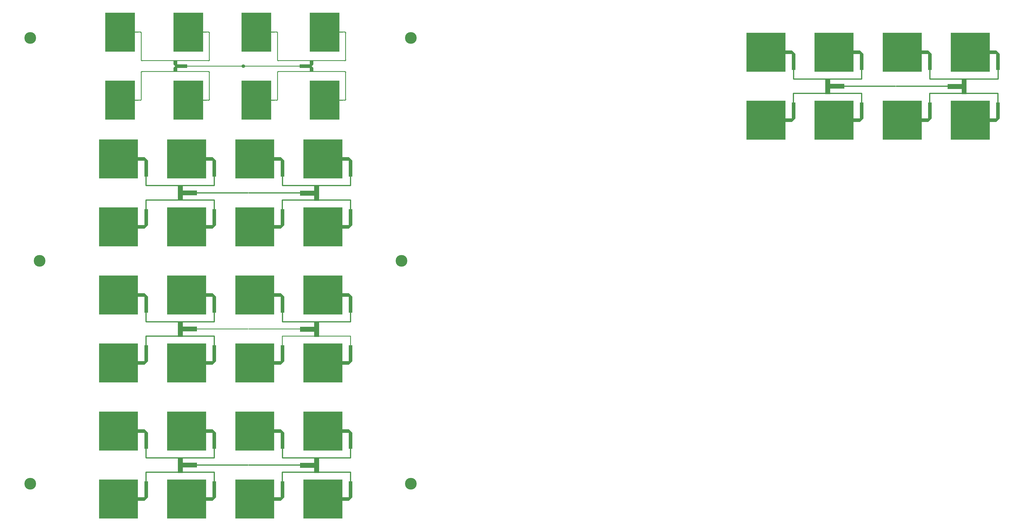
<source format=gbr>
%TF.GenerationSoftware,KiCad,Pcbnew,5.99.0-unknown-f19440f72~106~ubuntu20.04.1*%
%TF.CreationDate,2020-11-23T17:24:36-06:00*%
%TF.ProjectId,FlatAntPanel4x4,466c6174-416e-4745-9061-6e656c347834,rev?*%
%TF.SameCoordinates,Original*%
%TF.FileFunction,Copper,L1,Top*%
%TF.FilePolarity,Positive*%
%FSLAX46Y46*%
G04 Gerber Fmt 4.6, Leading zero omitted, Abs format (unit mm)*
G04 Created by KiCad (PCBNEW 5.99.0-unknown-f19440f72~106~ubuntu20.04.1) date 2020-11-23 17:24:36*
%MOMM*%
%LPD*%
G01*
G04 APERTURE LIST*
%TA.AperFunction,NonConductor*%
%ADD10C,0.100000*%
%TD*%
%TA.AperFunction,EtchedComponent*%
%ADD11C,0.000100*%
%TD*%
%TA.AperFunction,EtchedComponent*%
%ADD12C,0.001000*%
%TD*%
%TA.AperFunction,EtchedComponent*%
%ADD13C,0.010000*%
%TD*%
%TA.AperFunction,SMDPad,CuDef*%
%ADD14R,1.476000X1.400000*%
%TD*%
%TA.AperFunction,SMDPad,CuDef*%
%ADD15R,1.476000X1.476000*%
%TD*%
%TA.AperFunction,SMDPad,CuDef*%
%ADD16R,0.180000X0.313000*%
%TD*%
%TA.AperFunction,SMDPad,CuDef*%
%ADD17R,0.313000X0.313000*%
%TD*%
%TA.AperFunction,ConnectorPad*%
%ADD18C,5.000000*%
%TD*%
%TA.AperFunction,ComponentPad*%
%ADD19C,2.900000*%
%TD*%
%TA.AperFunction,WasherPad*%
%ADD20C,1.524000*%
%TD*%
%TA.AperFunction,Conductor*%
%ADD21C,0.313000*%
%TD*%
%TA.AperFunction,Conductor*%
%ADD22C,0.500000*%
%TD*%
%TA.AperFunction,Conductor*%
%ADD23C,0.312953*%
%TD*%
G04 APERTURE END LIST*
D10*
X134835169Y-87311034D02*
X132835169Y-87311034D01*
X132835169Y-87311034D02*
X132835169Y-80750846D01*
X132835169Y-80750846D02*
X134835169Y-80750846D01*
X134835169Y-80750846D02*
X134835169Y-87311034D01*
G36*
X134835169Y-87311034D02*
G01*
X132835169Y-87311034D01*
X132835169Y-80750846D01*
X134835169Y-80750846D01*
X134835169Y-87311034D01*
G37*
X134835169Y-87311034D02*
X132835169Y-87311034D01*
X132835169Y-80750846D01*
X134835169Y-80750846D01*
X134835169Y-87311034D01*
X76825171Y-203298467D02*
X74825171Y-203298467D01*
X74825171Y-203298467D02*
X74825171Y-196750844D01*
X74825171Y-196750844D02*
X76825171Y-196750844D01*
X76825171Y-196750844D02*
X76825171Y-203298467D01*
G36*
X76825171Y-203298467D02*
G01*
X74825171Y-203298467D01*
X74825171Y-196750844D01*
X76825171Y-196750844D01*
X76825171Y-203298467D01*
G37*
X76825171Y-203298467D02*
X74825171Y-203298467D01*
X74825171Y-196750844D01*
X76825171Y-196750844D01*
X76825171Y-203298467D01*
X132789998Y-85100000D02*
X126834827Y-85100000D01*
X126834827Y-85100000D02*
X126834827Y-83100000D01*
X126834827Y-83100000D02*
X132789998Y-83100000D01*
X132789998Y-83100000D02*
X132789998Y-85100000D01*
G36*
X132789998Y-85100000D02*
G01*
X126834827Y-85100000D01*
X126834827Y-83100000D01*
X132789998Y-83100000D01*
X132789998Y-85100000D01*
G37*
X132789998Y-85100000D02*
X126834827Y-85100000D01*
X126834827Y-83100000D01*
X132789998Y-83100000D01*
X132789998Y-85100000D01*
X134835169Y-145311034D02*
X132835169Y-145311034D01*
X132835169Y-145311034D02*
X132835169Y-138750846D01*
X132835169Y-138750846D02*
X134835169Y-138750846D01*
X134835169Y-138750846D02*
X134835169Y-145311034D01*
G36*
X134835169Y-145311034D02*
G01*
X132835169Y-145311034D01*
X132835169Y-138750846D01*
X134835169Y-138750846D01*
X134835169Y-145311034D01*
G37*
X134835169Y-145311034D02*
X132835169Y-145311034D01*
X132835169Y-138750846D01*
X134835169Y-138750846D01*
X134835169Y-145311034D01*
X76825171Y-87298467D02*
X74825171Y-87298467D01*
X74825171Y-87298467D02*
X74825171Y-80750844D01*
X74825171Y-80750844D02*
X76825171Y-80750844D01*
X76825171Y-80750844D02*
X76825171Y-87298467D01*
G36*
X76825171Y-87298467D02*
G01*
X74825171Y-87298467D01*
X74825171Y-80750844D01*
X76825171Y-80750844D01*
X76825171Y-87298467D01*
G37*
X76825171Y-87298467D02*
X74825171Y-87298467D01*
X74825171Y-80750844D01*
X76825171Y-80750844D01*
X76825171Y-87298467D01*
X358351171Y-39542000D02*
X352396000Y-39542000D01*
X352396000Y-39542000D02*
X352396000Y-37542000D01*
X352396000Y-37542000D02*
X358351171Y-37542000D01*
X358351171Y-37542000D02*
X358351171Y-39542000D01*
G36*
X358351171Y-39542000D02*
G01*
X352396000Y-39542000D01*
X352396000Y-37542000D01*
X358351171Y-37542000D01*
X358351171Y-39542000D01*
G37*
X358351171Y-39542000D02*
X352396000Y-39542000D01*
X352396000Y-37542000D01*
X358351171Y-37542000D01*
X358351171Y-39542000D01*
X82825171Y-85000000D02*
X76870000Y-85000000D01*
X76870000Y-85000000D02*
X76870000Y-83000000D01*
X76870000Y-83000000D02*
X82825171Y-83000000D01*
X82825171Y-83000000D02*
X82825171Y-85000000D01*
G36*
X82825171Y-85000000D02*
G01*
X76870000Y-85000000D01*
X76870000Y-83000000D01*
X82825171Y-83000000D01*
X82825171Y-85000000D01*
G37*
X82825171Y-85000000D02*
X76870000Y-85000000D01*
X76870000Y-83000000D01*
X82825171Y-83000000D01*
X82825171Y-85000000D01*
X352351171Y-41840467D02*
X350351171Y-41840467D01*
X350351171Y-41840467D02*
X350351171Y-35292844D01*
X350351171Y-35292844D02*
X352351171Y-35292844D01*
X352351171Y-35292844D02*
X352351171Y-41840467D01*
G36*
X352351171Y-41840467D02*
G01*
X350351171Y-41840467D01*
X350351171Y-35292844D01*
X352351171Y-35292844D01*
X352351171Y-41840467D01*
G37*
X352351171Y-41840467D02*
X350351171Y-41840467D01*
X350351171Y-35292844D01*
X352351171Y-35292844D01*
X352351171Y-41840467D01*
X408315998Y-39642000D02*
X402360827Y-39642000D01*
X402360827Y-39642000D02*
X402360827Y-37642000D01*
X402360827Y-37642000D02*
X408315998Y-37642000D01*
X408315998Y-37642000D02*
X408315998Y-39642000D01*
G36*
X408315998Y-39642000D02*
G01*
X402360827Y-39642000D01*
X402360827Y-37642000D01*
X408315998Y-37642000D01*
X408315998Y-39642000D01*
G37*
X408315998Y-39642000D02*
X402360827Y-39642000D01*
X402360827Y-37642000D01*
X408315998Y-37642000D01*
X408315998Y-39642000D01*
X132789998Y-143100000D02*
X126834827Y-143100000D01*
X126834827Y-143100000D02*
X126834827Y-141100000D01*
X126834827Y-141100000D02*
X132789998Y-141100000D01*
X132789998Y-141100000D02*
X132789998Y-143100000D01*
G36*
X132789998Y-143100000D02*
G01*
X126834827Y-143100000D01*
X126834827Y-141100000D01*
X132789998Y-141100000D01*
X132789998Y-143100000D01*
G37*
X132789998Y-143100000D02*
X126834827Y-143100000D01*
X126834827Y-141100000D01*
X132789998Y-141100000D01*
X132789998Y-143100000D01*
X82825171Y-143000000D02*
X76870000Y-143000000D01*
X76870000Y-143000000D02*
X76870000Y-141000000D01*
X76870000Y-141000000D02*
X82825171Y-141000000D01*
X82825171Y-141000000D02*
X82825171Y-143000000D01*
G36*
X82825171Y-143000000D02*
G01*
X76870000Y-143000000D01*
X76870000Y-141000000D01*
X82825171Y-141000000D01*
X82825171Y-143000000D01*
G37*
X82825171Y-143000000D02*
X76870000Y-143000000D01*
X76870000Y-141000000D01*
X82825171Y-141000000D01*
X82825171Y-143000000D01*
X132789998Y-201100000D02*
X126834827Y-201100000D01*
X126834827Y-201100000D02*
X126834827Y-199100000D01*
X126834827Y-199100000D02*
X132789998Y-199100000D01*
X132789998Y-199100000D02*
X132789998Y-201100000D01*
G36*
X132789998Y-201100000D02*
G01*
X126834827Y-201100000D01*
X126834827Y-199100000D01*
X132789998Y-199100000D01*
X132789998Y-201100000D01*
G37*
X132789998Y-201100000D02*
X126834827Y-201100000D01*
X126834827Y-199100000D01*
X132789998Y-199100000D01*
X132789998Y-201100000D01*
X134835169Y-203311034D02*
X132835169Y-203311034D01*
X132835169Y-203311034D02*
X132835169Y-196750846D01*
X132835169Y-196750846D02*
X134835169Y-196750846D01*
X134835169Y-196750846D02*
X134835169Y-203311034D01*
G36*
X134835169Y-203311034D02*
G01*
X132835169Y-203311034D01*
X132835169Y-196750846D01*
X134835169Y-196750846D01*
X134835169Y-203311034D01*
G37*
X134835169Y-203311034D02*
X132835169Y-203311034D01*
X132835169Y-196750846D01*
X134835169Y-196750846D01*
X134835169Y-203311034D01*
X82825171Y-201000000D02*
X76870000Y-201000000D01*
X76870000Y-201000000D02*
X76870000Y-199000000D01*
X76870000Y-199000000D02*
X82825171Y-199000000D01*
X82825171Y-199000000D02*
X82825171Y-201000000D01*
G36*
X82825171Y-201000000D02*
G01*
X76870000Y-201000000D01*
X76870000Y-199000000D01*
X82825171Y-199000000D01*
X82825171Y-201000000D01*
G37*
X82825171Y-201000000D02*
X76870000Y-201000000D01*
X76870000Y-199000000D01*
X82825171Y-199000000D01*
X82825171Y-201000000D01*
X76825171Y-145298467D02*
X74825171Y-145298467D01*
X74825171Y-145298467D02*
X74825171Y-138750844D01*
X74825171Y-138750844D02*
X76825171Y-138750844D01*
X76825171Y-138750844D02*
X76825171Y-145298467D01*
G36*
X76825171Y-145298467D02*
G01*
X74825171Y-145298467D01*
X74825171Y-138750844D01*
X76825171Y-138750844D01*
X76825171Y-145298467D01*
G37*
X76825171Y-145298467D02*
X74825171Y-145298467D01*
X74825171Y-138750844D01*
X76825171Y-138750844D01*
X76825171Y-145298467D01*
X410361169Y-41853034D02*
X408361169Y-41853034D01*
X408361169Y-41853034D02*
X408361169Y-35292846D01*
X408361169Y-35292846D02*
X410361169Y-35292846D01*
X410361169Y-35292846D02*
X410361169Y-41853034D01*
G36*
X410361169Y-41853034D02*
G01*
X408361169Y-41853034D01*
X408361169Y-35292846D01*
X410361169Y-35292846D01*
X410361169Y-41853034D01*
G37*
X410361169Y-41853034D02*
X408361169Y-41853034D01*
X408361169Y-35292846D01*
X410361169Y-35292846D01*
X410361169Y-41853034D01*
D11*
%TO.C,NT2*%
X72958413Y-30731000D02*
X73697000Y-29992000D01*
X73697000Y-29992000D02*
X72958413Y-29253000D01*
X72958413Y-29253000D02*
X72958413Y-27849707D01*
X72958413Y-27849707D02*
X74435829Y-27849707D01*
X74435829Y-27849707D02*
X74435829Y-32134360D01*
X74435829Y-32134360D02*
X72958413Y-32134360D01*
X72958413Y-32134360D02*
X72958413Y-30731000D01*
G36*
X74435829Y-32134360D02*
G01*
X72958413Y-32134360D01*
X72958413Y-30731000D01*
X73697000Y-29992000D01*
X72958413Y-29253000D01*
X72958413Y-27849707D01*
X74435829Y-27849707D01*
X74435829Y-32134360D01*
G37*
X74435829Y-32134360D02*
X72958413Y-32134360D01*
X72958413Y-30731000D01*
X73697000Y-29992000D01*
X72958413Y-29253000D01*
X72958413Y-27849707D01*
X74435829Y-27849707D01*
X74435829Y-32134360D01*
X74435000Y-29258721D02*
X78719008Y-29258718D01*
X78719008Y-29258718D02*
X78719008Y-30736421D01*
X78719008Y-30736421D02*
X74435000Y-30736424D01*
X74435000Y-30736424D02*
X74435000Y-29258721D01*
G36*
X78719008Y-30736421D02*
G01*
X74435000Y-30736424D01*
X74435000Y-29258721D01*
X78719008Y-29258718D01*
X78719008Y-30736421D01*
G37*
X78719008Y-30736421D02*
X74435000Y-30736424D01*
X74435000Y-29258721D01*
X78719008Y-29258718D01*
X78719008Y-30736421D01*
D12*
%TO.C,AE8*%
X82045000Y-44230996D02*
X82045000Y-44743111D01*
X82045000Y-44743111D02*
X85445000Y-44743111D01*
X85445000Y-44743111D02*
X85445000Y-52737000D01*
X85445000Y-52737000D02*
X72945000Y-52737000D01*
X72945000Y-52737000D02*
X72945000Y-36237000D01*
X72945000Y-36237000D02*
X85445000Y-36237000D01*
X85445000Y-36237000D02*
X85445000Y-44230996D01*
X85445000Y-44230996D02*
X82045000Y-44230996D01*
G36*
X85445000Y-44230996D02*
G01*
X82045000Y-44230996D01*
X82045000Y-44743111D01*
X85445000Y-44743111D01*
X85445000Y-52737000D01*
X72945000Y-52737000D01*
X72945000Y-36237000D01*
X85445000Y-36237000D01*
X85445000Y-44230996D01*
G37*
X85445000Y-44230996D02*
X82045000Y-44230996D01*
X82045000Y-44743111D01*
X85445000Y-44743111D01*
X85445000Y-52737000D01*
X72945000Y-52737000D01*
X72945000Y-36237000D01*
X85445000Y-36237000D01*
X85445000Y-44230996D01*
D11*
X82045000Y-44643500D02*
X82045000Y-44330500D01*
X82045000Y-44330500D02*
X87005000Y-44330500D01*
X87005000Y-44330500D02*
X87005000Y-44643500D01*
X87005000Y-44643500D02*
X82045000Y-44643500D01*
G36*
X87005000Y-44643500D02*
G01*
X82045000Y-44643500D01*
X82045000Y-44330500D01*
X87005000Y-44330500D01*
X87005000Y-44643500D01*
G37*
X87005000Y-44643500D02*
X82045000Y-44643500D01*
X82045000Y-44330500D01*
X87005000Y-44330500D01*
X87005000Y-44643500D01*
D12*
%TO.C,AE7*%
X53045000Y-44230996D02*
X53045000Y-44743111D01*
X53045000Y-44743111D02*
X56445000Y-44743111D01*
X56445000Y-44743111D02*
X56445000Y-52737000D01*
X56445000Y-52737000D02*
X43945000Y-52737000D01*
X43945000Y-52737000D02*
X43945000Y-36237000D01*
X43945000Y-36237000D02*
X56445000Y-36237000D01*
X56445000Y-36237000D02*
X56445000Y-44230996D01*
X56445000Y-44230996D02*
X53045000Y-44230996D01*
G36*
X56445000Y-44230996D02*
G01*
X53045000Y-44230996D01*
X53045000Y-44743111D01*
X56445000Y-44743111D01*
X56445000Y-52737000D01*
X43945000Y-52737000D01*
X43945000Y-36237000D01*
X56445000Y-36237000D01*
X56445000Y-44230996D01*
G37*
X56445000Y-44230996D02*
X53045000Y-44230996D01*
X53045000Y-44743111D01*
X56445000Y-44743111D01*
X56445000Y-52737000D01*
X43945000Y-52737000D01*
X43945000Y-36237000D01*
X56445000Y-36237000D01*
X56445000Y-44230996D01*
D11*
X53045000Y-44643500D02*
X53045000Y-44330500D01*
X53045000Y-44330500D02*
X58005000Y-44330500D01*
X58005000Y-44330500D02*
X58005000Y-44643500D01*
X58005000Y-44643500D02*
X53045000Y-44643500D01*
G36*
X58005000Y-44643500D02*
G01*
X53045000Y-44643500D01*
X53045000Y-44330500D01*
X58005000Y-44330500D01*
X58005000Y-44643500D01*
G37*
X58005000Y-44643500D02*
X53045000Y-44643500D01*
X53045000Y-44330500D01*
X58005000Y-44330500D01*
X58005000Y-44643500D01*
D12*
%TO.C,AE6*%
X82045000Y-15230996D02*
X82045000Y-15743111D01*
X82045000Y-15743111D02*
X85445000Y-15743111D01*
X85445000Y-15743111D02*
X85445000Y-23737000D01*
X85445000Y-23737000D02*
X72945000Y-23737000D01*
X72945000Y-23737000D02*
X72945000Y-7237000D01*
X72945000Y-7237000D02*
X85445000Y-7237000D01*
X85445000Y-7237000D02*
X85445000Y-15230996D01*
X85445000Y-15230996D02*
X82045000Y-15230996D01*
G36*
X85445000Y-15230996D02*
G01*
X82045000Y-15230996D01*
X82045000Y-15743111D01*
X85445000Y-15743111D01*
X85445000Y-23737000D01*
X72945000Y-23737000D01*
X72945000Y-7237000D01*
X85445000Y-7237000D01*
X85445000Y-15230996D01*
G37*
X85445000Y-15230996D02*
X82045000Y-15230996D01*
X82045000Y-15743111D01*
X85445000Y-15743111D01*
X85445000Y-23737000D01*
X72945000Y-23737000D01*
X72945000Y-7237000D01*
X85445000Y-7237000D01*
X85445000Y-15230996D01*
D11*
X82045000Y-15643500D02*
X82045000Y-15330500D01*
X82045000Y-15330500D02*
X87005000Y-15330500D01*
X87005000Y-15330500D02*
X87005000Y-15643500D01*
X87005000Y-15643500D02*
X82045000Y-15643500D01*
G36*
X87005000Y-15643500D02*
G01*
X82045000Y-15643500D01*
X82045000Y-15330500D01*
X87005000Y-15330500D01*
X87005000Y-15643500D01*
G37*
X87005000Y-15643500D02*
X82045000Y-15643500D01*
X82045000Y-15330500D01*
X87005000Y-15330500D01*
X87005000Y-15643500D01*
D12*
%TO.C,AE5*%
X53045000Y-15230996D02*
X53045000Y-15743111D01*
X53045000Y-15743111D02*
X56445000Y-15743111D01*
X56445000Y-15743111D02*
X56445000Y-23737000D01*
X56445000Y-23737000D02*
X43945000Y-23737000D01*
X43945000Y-23737000D02*
X43945000Y-7237000D01*
X43945000Y-7237000D02*
X56445000Y-7237000D01*
X56445000Y-7237000D02*
X56445000Y-15230996D01*
X56445000Y-15230996D02*
X53045000Y-15230996D01*
G36*
X56445000Y-15230996D02*
G01*
X53045000Y-15230996D01*
X53045000Y-15743111D01*
X56445000Y-15743111D01*
X56445000Y-23737000D01*
X43945000Y-23737000D01*
X43945000Y-7237000D01*
X56445000Y-7237000D01*
X56445000Y-15230996D01*
G37*
X56445000Y-15230996D02*
X53045000Y-15230996D01*
X53045000Y-15743111D01*
X56445000Y-15743111D01*
X56445000Y-23737000D01*
X43945000Y-23737000D01*
X43945000Y-7237000D01*
X56445000Y-7237000D01*
X56445000Y-15230996D01*
D11*
X53045000Y-15643500D02*
X53045000Y-15330500D01*
X53045000Y-15330500D02*
X58005000Y-15330500D01*
X58005000Y-15330500D02*
X58005000Y-15643500D01*
X58005000Y-15643500D02*
X53045000Y-15643500D01*
G36*
X58005000Y-15643500D02*
G01*
X53045000Y-15643500D01*
X53045000Y-15330500D01*
X58005000Y-15330500D01*
X58005000Y-15643500D01*
G37*
X58005000Y-15643500D02*
X53045000Y-15643500D01*
X53045000Y-15330500D01*
X58005000Y-15330500D01*
X58005000Y-15643500D01*
%TO.C,AA16*%
X88038500Y-44643000D02*
X87725500Y-44643000D01*
X87725500Y-44643000D02*
X87725500Y-44330000D01*
X87725500Y-44330000D02*
X88038500Y-44330000D01*
X88038500Y-44330000D02*
X88038500Y-44017000D01*
X88038500Y-44017000D02*
X88351500Y-44017000D01*
X88351500Y-44017000D02*
X88351500Y-44330000D01*
X88351500Y-44330000D02*
X88038500Y-44643000D01*
G36*
X88351500Y-44330000D02*
G01*
X88038500Y-44643000D01*
X87725500Y-44643000D01*
X87725500Y-44330000D01*
X88038500Y-44330000D01*
X88038500Y-44017000D01*
X88351500Y-44017000D01*
X88351500Y-44330000D01*
G37*
X88351500Y-44330000D02*
X88038500Y-44643000D01*
X87725500Y-44643000D01*
X87725500Y-44330000D01*
X88038500Y-44330000D01*
X88038500Y-44017000D01*
X88351500Y-44017000D01*
X88351500Y-44330000D01*
%TO.C,AA15*%
X88351000Y-32448500D02*
X88351000Y-32761500D01*
X88351000Y-32761500D02*
X88038000Y-32761500D01*
X88038000Y-32761500D02*
X88038000Y-32448500D01*
X88038000Y-32448500D02*
X87725000Y-32448500D01*
X87725000Y-32448500D02*
X87725000Y-32135500D01*
X87725000Y-32135500D02*
X88038000Y-32135500D01*
X88038000Y-32135500D02*
X88351000Y-32448500D01*
G36*
X88351000Y-32448500D02*
G01*
X88351000Y-32761500D01*
X88038000Y-32761500D01*
X88038000Y-32448500D01*
X87725000Y-32448500D01*
X87725000Y-32135500D01*
X88038000Y-32135500D01*
X88351000Y-32448500D01*
G37*
X88351000Y-32448500D02*
X88351000Y-32761500D01*
X88038000Y-32761500D01*
X88038000Y-32448500D01*
X87725000Y-32448500D01*
X87725000Y-32135500D01*
X88038000Y-32135500D01*
X88351000Y-32448500D01*
%TO.C,AA14*%
X59351500Y-32136000D02*
X59664500Y-32136000D01*
X59664500Y-32136000D02*
X59664500Y-32449000D01*
X59664500Y-32449000D02*
X59351500Y-32449000D01*
X59351500Y-32449000D02*
X59351500Y-32762000D01*
X59351500Y-32762000D02*
X59038500Y-32762000D01*
X59038500Y-32762000D02*
X59038500Y-32449000D01*
X59038500Y-32449000D02*
X59351500Y-32136000D01*
G36*
X59664500Y-32449000D02*
G01*
X59351500Y-32449000D01*
X59351500Y-32762000D01*
X59038500Y-32762000D01*
X59038500Y-32449000D01*
X59351500Y-32136000D01*
X59664500Y-32136000D01*
X59664500Y-32449000D01*
G37*
X59664500Y-32449000D02*
X59351500Y-32449000D01*
X59351500Y-32762000D01*
X59038500Y-32762000D01*
X59038500Y-32449000D01*
X59351500Y-32136000D01*
X59664500Y-32136000D01*
X59664500Y-32449000D01*
%TO.C,AA13*%
X59038500Y-44643000D02*
X58725500Y-44643000D01*
X58725500Y-44643000D02*
X58725500Y-44330000D01*
X58725500Y-44330000D02*
X59038500Y-44330000D01*
X59038500Y-44330000D02*
X59038500Y-44017000D01*
X59038500Y-44017000D02*
X59351500Y-44017000D01*
X59351500Y-44017000D02*
X59351500Y-44330000D01*
X59351500Y-44330000D02*
X59038500Y-44643000D01*
G36*
X59351500Y-44330000D02*
G01*
X59038500Y-44643000D01*
X58725500Y-44643000D01*
X58725500Y-44330000D01*
X59038500Y-44330000D01*
X59038500Y-44017000D01*
X59351500Y-44017000D01*
X59351500Y-44330000D01*
G37*
X59351500Y-44330000D02*
X59038500Y-44643000D01*
X58725500Y-44643000D01*
X58725500Y-44330000D01*
X59038500Y-44330000D01*
X59038500Y-44017000D01*
X59351500Y-44017000D01*
X59351500Y-44330000D01*
%TO.C,AA12*%
X88351000Y-15643500D02*
X88351000Y-15956500D01*
X88351000Y-15956500D02*
X88038000Y-15956500D01*
X88038000Y-15956500D02*
X88038000Y-15643500D01*
X88038000Y-15643500D02*
X87725000Y-15643500D01*
X87725000Y-15643500D02*
X87725000Y-15330500D01*
X87725000Y-15330500D02*
X88038000Y-15330500D01*
X88038000Y-15330500D02*
X88351000Y-15643500D01*
G36*
X88351000Y-15643500D02*
G01*
X88351000Y-15956500D01*
X88038000Y-15956500D01*
X88038000Y-15643500D01*
X87725000Y-15643500D01*
X87725000Y-15330500D01*
X88038000Y-15330500D01*
X88351000Y-15643500D01*
G37*
X88351000Y-15643500D02*
X88351000Y-15956500D01*
X88038000Y-15956500D01*
X88038000Y-15643500D01*
X87725000Y-15643500D01*
X87725000Y-15330500D01*
X88038000Y-15330500D01*
X88351000Y-15643500D01*
%TO.C,AA11*%
X88038500Y-27850000D02*
X87725500Y-27850000D01*
X87725500Y-27850000D02*
X87725500Y-27537000D01*
X87725500Y-27537000D02*
X88038500Y-27537000D01*
X88038500Y-27537000D02*
X88038500Y-27224000D01*
X88038500Y-27224000D02*
X88351500Y-27224000D01*
X88351500Y-27224000D02*
X88351500Y-27537000D01*
X88351500Y-27537000D02*
X88038500Y-27850000D01*
G36*
X88351500Y-27537000D02*
G01*
X88038500Y-27850000D01*
X87725500Y-27850000D01*
X87725500Y-27537000D01*
X88038500Y-27537000D01*
X88038500Y-27224000D01*
X88351500Y-27224000D01*
X88351500Y-27537000D01*
G37*
X88351500Y-27537000D02*
X88038500Y-27850000D01*
X87725500Y-27850000D01*
X87725500Y-27537000D01*
X88038500Y-27537000D01*
X88038500Y-27224000D01*
X88351500Y-27224000D01*
X88351500Y-27537000D01*
%TO.C,AA10*%
X59039000Y-27537500D02*
X59039000Y-27224500D01*
X59039000Y-27224500D02*
X59352000Y-27224500D01*
X59352000Y-27224500D02*
X59352000Y-27537500D01*
X59352000Y-27537500D02*
X59665000Y-27537500D01*
X59665000Y-27537500D02*
X59665000Y-27850500D01*
X59665000Y-27850500D02*
X59352000Y-27850500D01*
X59352000Y-27850500D02*
X59039000Y-27537500D01*
G36*
X59352000Y-27537500D02*
G01*
X59665000Y-27537500D01*
X59665000Y-27850500D01*
X59352000Y-27850500D01*
X59039000Y-27537500D01*
X59039000Y-27224500D01*
X59352000Y-27224500D01*
X59352000Y-27537500D01*
G37*
X59352000Y-27537500D02*
X59665000Y-27537500D01*
X59665000Y-27850500D01*
X59352000Y-27850500D01*
X59039000Y-27537500D01*
X59039000Y-27224500D01*
X59352000Y-27224500D01*
X59352000Y-27537500D01*
%TO.C,AA9*%
X59351000Y-15643500D02*
X59351000Y-15956500D01*
X59351000Y-15956500D02*
X59038000Y-15956500D01*
X59038000Y-15956500D02*
X59038000Y-15643500D01*
X59038000Y-15643500D02*
X58725000Y-15643500D01*
X58725000Y-15643500D02*
X58725000Y-15330500D01*
X58725000Y-15330500D02*
X59038000Y-15330500D01*
X59038000Y-15330500D02*
X59351000Y-15643500D01*
G36*
X59351000Y-15643500D02*
G01*
X59351000Y-15956500D01*
X59038000Y-15956500D01*
X59038000Y-15643500D01*
X58725000Y-15643500D01*
X58725000Y-15330500D01*
X59038000Y-15330500D01*
X59351000Y-15643500D01*
G37*
X59351000Y-15643500D02*
X59351000Y-15956500D01*
X59038000Y-15956500D01*
X59038000Y-15643500D01*
X58725000Y-15643500D01*
X58725000Y-15330500D01*
X59038000Y-15330500D01*
X59351000Y-15643500D01*
%TO.C,AA4*%
X146351000Y-15643500D02*
X146351000Y-15956500D01*
X146351000Y-15956500D02*
X146038000Y-15956500D01*
X146038000Y-15956500D02*
X146038000Y-15643500D01*
X146038000Y-15643500D02*
X145725000Y-15643500D01*
X145725000Y-15643500D02*
X145725000Y-15330500D01*
X145725000Y-15330500D02*
X146038000Y-15330500D01*
X146038000Y-15330500D02*
X146351000Y-15643500D01*
G36*
X146351000Y-15643500D02*
G01*
X146351000Y-15956500D01*
X146038000Y-15956500D01*
X146038000Y-15643500D01*
X145725000Y-15643500D01*
X145725000Y-15330500D01*
X146038000Y-15330500D01*
X146351000Y-15643500D01*
G37*
X146351000Y-15643500D02*
X146351000Y-15956500D01*
X146038000Y-15956500D01*
X146038000Y-15643500D01*
X145725000Y-15643500D01*
X145725000Y-15330500D01*
X146038000Y-15330500D01*
X146351000Y-15643500D01*
%TO.C,AA6*%
X117351500Y-32135000D02*
X117664500Y-32135000D01*
X117664500Y-32135000D02*
X117664500Y-32448000D01*
X117664500Y-32448000D02*
X117351500Y-32448000D01*
X117351500Y-32448000D02*
X117351500Y-32761000D01*
X117351500Y-32761000D02*
X117038500Y-32761000D01*
X117038500Y-32761000D02*
X117038500Y-32448000D01*
X117038500Y-32448000D02*
X117351500Y-32135000D01*
G36*
X117664500Y-32448000D02*
G01*
X117351500Y-32448000D01*
X117351500Y-32761000D01*
X117038500Y-32761000D01*
X117038500Y-32448000D01*
X117351500Y-32135000D01*
X117664500Y-32135000D01*
X117664500Y-32448000D01*
G37*
X117664500Y-32448000D02*
X117351500Y-32448000D01*
X117351500Y-32761000D01*
X117038500Y-32761000D01*
X117038500Y-32448000D01*
X117351500Y-32135000D01*
X117664500Y-32135000D01*
X117664500Y-32448000D01*
D13*
%TO.C,REF\u002A\u002A*%
X391276543Y-24767000D02*
X391276543Y-23317000D01*
X391276543Y-23317000D02*
X394076000Y-23317000D01*
X394076000Y-23317000D02*
X394076000Y-24767000D01*
X394076000Y-24767000D02*
X391276543Y-24767000D01*
G36*
X394076000Y-24767000D02*
G01*
X391276543Y-24767000D01*
X391276543Y-23317000D01*
X394076000Y-23317000D01*
X394076000Y-24767000D01*
G37*
X394076000Y-24767000D02*
X391276543Y-24767000D01*
X391276543Y-23317000D01*
X394076000Y-23317000D01*
X394076000Y-24767000D01*
X395525999Y-31534819D02*
X394076000Y-31534819D01*
X394076000Y-31534819D02*
X394076001Y-24762850D01*
X394076001Y-24762850D02*
X395526000Y-24762850D01*
X395526000Y-24762850D02*
X395525999Y-31534819D01*
G36*
X395525999Y-31534819D02*
G01*
X394076000Y-31534819D01*
X394076001Y-24762850D01*
X395526000Y-24762850D01*
X395525999Y-31534819D01*
G37*
X395525999Y-31534819D02*
X394076000Y-31534819D01*
X394076001Y-24762850D01*
X395526000Y-24762850D01*
X395525999Y-31534819D01*
X394076000Y-24762000D02*
X394076000Y-23317000D01*
X394076000Y-23317000D02*
X395526000Y-24762000D01*
X395526000Y-24762000D02*
X394076000Y-24762000D01*
G36*
X395526000Y-24762000D02*
G01*
X394076000Y-24762000D01*
X394076000Y-23317000D01*
X395526000Y-24762000D01*
G37*
X395526000Y-24762000D02*
X394076000Y-24762000D01*
X394076000Y-23317000D01*
X395526000Y-24762000D01*
X374776000Y-32292000D02*
X374776000Y-15792000D01*
X374776000Y-15792000D02*
X391276000Y-15792000D01*
X391276000Y-15792000D02*
X391276000Y-32292000D01*
X391276000Y-32292000D02*
X374776000Y-32292000D01*
G36*
X391276000Y-32292000D02*
G01*
X374776000Y-32292000D01*
X374776000Y-15792000D01*
X391276000Y-15792000D01*
X391276000Y-32292000D01*
G37*
X391276000Y-32292000D02*
X374776000Y-32292000D01*
X374776000Y-15792000D01*
X391276000Y-15792000D01*
X391276000Y-32292000D01*
X147550000Y-186220000D02*
X147550000Y-184775000D01*
X147550000Y-184775000D02*
X149000000Y-186220000D01*
X149000000Y-186220000D02*
X147550000Y-186220000D01*
G36*
X149000000Y-186220000D02*
G01*
X147550000Y-186220000D01*
X147550000Y-184775000D01*
X149000000Y-186220000D01*
G37*
X149000000Y-186220000D02*
X147550000Y-186220000D01*
X147550000Y-184775000D01*
X149000000Y-186220000D01*
X144750543Y-186225000D02*
X144750543Y-184775000D01*
X144750543Y-184775000D02*
X147550000Y-184775000D01*
X147550000Y-184775000D02*
X147550000Y-186225000D01*
X147550000Y-186225000D02*
X144750543Y-186225000D01*
G36*
X147550000Y-186225000D02*
G01*
X144750543Y-186225000D01*
X144750543Y-184775000D01*
X147550000Y-184775000D01*
X147550000Y-186225000D01*
G37*
X147550000Y-186225000D02*
X144750543Y-186225000D01*
X144750543Y-184775000D01*
X147550000Y-184775000D01*
X147550000Y-186225000D01*
X148999999Y-192992819D02*
X147550000Y-192992819D01*
X147550000Y-192992819D02*
X147550001Y-186220850D01*
X147550001Y-186220850D02*
X149000000Y-186220850D01*
X149000000Y-186220850D02*
X148999999Y-192992819D01*
G36*
X148999999Y-192992819D02*
G01*
X147550000Y-192992819D01*
X147550001Y-186220850D01*
X149000000Y-186220850D01*
X148999999Y-192992819D01*
G37*
X148999999Y-192992819D02*
X147550000Y-192992819D01*
X147550001Y-186220850D01*
X149000000Y-186220850D01*
X148999999Y-192992819D01*
X128250000Y-193750000D02*
X128250000Y-177250000D01*
X128250000Y-177250000D02*
X144750000Y-177250000D01*
X144750000Y-177250000D02*
X144750000Y-193750000D01*
X144750000Y-193750000D02*
X128250000Y-193750000D01*
G36*
X144750000Y-193750000D02*
G01*
X128250000Y-193750000D01*
X128250000Y-177250000D01*
X144750000Y-177250000D01*
X144750000Y-193750000D01*
G37*
X144750000Y-193750000D02*
X128250000Y-193750000D01*
X128250000Y-177250000D01*
X144750000Y-177250000D01*
X144750000Y-193750000D01*
X61999999Y-192992819D02*
X60550000Y-192992819D01*
X60550000Y-192992819D02*
X60550001Y-186220850D01*
X60550001Y-186220850D02*
X62000000Y-186220850D01*
X62000000Y-186220850D02*
X61999999Y-192992819D01*
G36*
X61999999Y-192992819D02*
G01*
X60550000Y-192992819D01*
X60550001Y-186220850D01*
X62000000Y-186220850D01*
X61999999Y-192992819D01*
G37*
X61999999Y-192992819D02*
X60550000Y-192992819D01*
X60550001Y-186220850D01*
X62000000Y-186220850D01*
X61999999Y-192992819D01*
X41250000Y-193750000D02*
X41250000Y-177250000D01*
X41250000Y-177250000D02*
X57750000Y-177250000D01*
X57750000Y-177250000D02*
X57750000Y-193750000D01*
X57750000Y-193750000D02*
X41250000Y-193750000D01*
G36*
X57750000Y-193750000D02*
G01*
X41250000Y-193750000D01*
X41250000Y-177250000D01*
X57750000Y-177250000D01*
X57750000Y-193750000D01*
G37*
X57750000Y-193750000D02*
X41250000Y-193750000D01*
X41250000Y-177250000D01*
X57750000Y-177250000D01*
X57750000Y-193750000D01*
X60550000Y-186220000D02*
X60550000Y-184775000D01*
X60550000Y-184775000D02*
X62000000Y-186220000D01*
X62000000Y-186220000D02*
X60550000Y-186220000D01*
G36*
X62000000Y-186220000D02*
G01*
X60550000Y-186220000D01*
X60550000Y-184775000D01*
X62000000Y-186220000D01*
G37*
X62000000Y-186220000D02*
X60550000Y-186220000D01*
X60550000Y-184775000D01*
X62000000Y-186220000D01*
X57750543Y-186225000D02*
X57750543Y-184775000D01*
X57750543Y-184775000D02*
X60550000Y-184775000D01*
X60550000Y-184775000D02*
X60550000Y-186225000D01*
X60550000Y-186225000D02*
X57750543Y-186225000D01*
G36*
X60550000Y-186225000D02*
G01*
X57750543Y-186225000D01*
X57750543Y-184775000D01*
X60550000Y-184775000D01*
X60550000Y-186225000D01*
G37*
X60550000Y-186225000D02*
X57750543Y-186225000D01*
X57750543Y-184775000D01*
X60550000Y-184775000D01*
X60550000Y-186225000D01*
X144750543Y-70225000D02*
X144750543Y-68775000D01*
X144750543Y-68775000D02*
X147550000Y-68775000D01*
X147550000Y-68775000D02*
X147550000Y-70225000D01*
X147550000Y-70225000D02*
X144750543Y-70225000D01*
G36*
X147550000Y-70225000D02*
G01*
X144750543Y-70225000D01*
X144750543Y-68775000D01*
X147550000Y-68775000D01*
X147550000Y-70225000D01*
G37*
X147550000Y-70225000D02*
X144750543Y-70225000D01*
X144750543Y-68775000D01*
X147550000Y-68775000D01*
X147550000Y-70225000D01*
X148999999Y-76992819D02*
X147550000Y-76992819D01*
X147550000Y-76992819D02*
X147550001Y-70220850D01*
X147550001Y-70220850D02*
X149000000Y-70220850D01*
X149000000Y-70220850D02*
X148999999Y-76992819D01*
G36*
X148999999Y-76992819D02*
G01*
X147550000Y-76992819D01*
X147550001Y-70220850D01*
X149000000Y-70220850D01*
X148999999Y-76992819D01*
G37*
X148999999Y-76992819D02*
X147550000Y-76992819D01*
X147550001Y-70220850D01*
X149000000Y-70220850D01*
X148999999Y-76992819D01*
X147550000Y-70220000D02*
X147550000Y-68775000D01*
X147550000Y-68775000D02*
X149000000Y-70220000D01*
X149000000Y-70220000D02*
X147550000Y-70220000D01*
G36*
X149000000Y-70220000D02*
G01*
X147550000Y-70220000D01*
X147550000Y-68775000D01*
X149000000Y-70220000D01*
G37*
X149000000Y-70220000D02*
X147550000Y-70220000D01*
X147550000Y-68775000D01*
X149000000Y-70220000D01*
X128250000Y-77750000D02*
X128250000Y-61250000D01*
X128250000Y-61250000D02*
X144750000Y-61250000D01*
X144750000Y-61250000D02*
X144750000Y-77750000D01*
X144750000Y-77750000D02*
X128250000Y-77750000D01*
G36*
X144750000Y-77750000D02*
G01*
X128250000Y-77750000D01*
X128250000Y-61250000D01*
X144750000Y-61250000D01*
X144750000Y-77750000D01*
G37*
X144750000Y-77750000D02*
X128250000Y-77750000D01*
X128250000Y-61250000D01*
X144750000Y-61250000D01*
X144750000Y-77750000D01*
X89550000Y-213770000D02*
X91000000Y-213770000D01*
X91000000Y-213770000D02*
X89550000Y-215230000D01*
X89550000Y-215230000D02*
X89550000Y-213770000D01*
G36*
X89550000Y-215230000D02*
G01*
X89550000Y-213770000D01*
X91000000Y-213770000D01*
X89550000Y-215230000D01*
G37*
X89550000Y-215230000D02*
X89550000Y-213770000D01*
X91000000Y-213770000D01*
X89550000Y-215230000D01*
X70250000Y-222750000D02*
X70250000Y-206250000D01*
X70250000Y-206250000D02*
X86750000Y-206250000D01*
X86750000Y-206250000D02*
X86750000Y-222750000D01*
X86750000Y-222750000D02*
X70250000Y-222750000D01*
G36*
X86750000Y-222750000D02*
G01*
X70250000Y-222750000D01*
X70250000Y-206250000D01*
X86750000Y-206250000D01*
X86750000Y-222750000D01*
G37*
X86750000Y-222750000D02*
X70250000Y-222750000D01*
X70250000Y-206250000D01*
X86750000Y-206250000D01*
X86750000Y-222750000D01*
X86750543Y-215225000D02*
X86750543Y-213775000D01*
X86750543Y-213775000D02*
X89550000Y-213775000D01*
X89550000Y-213775000D02*
X89550000Y-215230000D01*
X89550000Y-215230000D02*
X86750543Y-215225000D01*
G36*
X89550000Y-215230000D02*
G01*
X86750543Y-215225000D01*
X86750543Y-213775000D01*
X89550000Y-213775000D01*
X89550000Y-215230000D01*
G37*
X89550000Y-215230000D02*
X86750543Y-215225000D01*
X86750543Y-213775000D01*
X89550000Y-213775000D01*
X89550000Y-215230000D01*
X89550003Y-206997181D02*
X91000000Y-206997181D01*
X91000000Y-206997181D02*
X90999997Y-213769150D01*
X90999997Y-213769150D02*
X89550000Y-213769150D01*
X89550000Y-213769150D02*
X89550003Y-206997181D01*
G36*
X90999997Y-213769150D02*
G01*
X89550000Y-213769150D01*
X89550003Y-206997181D01*
X91000000Y-206997181D01*
X90999997Y-213769150D01*
G37*
X90999997Y-213769150D02*
X89550000Y-213769150D01*
X89550003Y-206997181D01*
X91000000Y-206997181D01*
X90999997Y-213769150D01*
D11*
%TO.C,AA1*%
X117351000Y-15643500D02*
X117351000Y-15956500D01*
X117351000Y-15956500D02*
X117038000Y-15956500D01*
X117038000Y-15956500D02*
X117038000Y-15643500D01*
X117038000Y-15643500D02*
X116725000Y-15643500D01*
X116725000Y-15643500D02*
X116725000Y-15330500D01*
X116725000Y-15330500D02*
X117038000Y-15330500D01*
X117038000Y-15330500D02*
X117351000Y-15643500D01*
G36*
X117351000Y-15643500D02*
G01*
X117351000Y-15956500D01*
X117038000Y-15956500D01*
X117038000Y-15643500D01*
X116725000Y-15643500D01*
X116725000Y-15330500D01*
X117038000Y-15330500D01*
X117351000Y-15643500D01*
G37*
X117351000Y-15643500D02*
X117351000Y-15956500D01*
X117038000Y-15956500D01*
X117038000Y-15643500D01*
X116725000Y-15643500D01*
X116725000Y-15330500D01*
X117038000Y-15330500D01*
X117351000Y-15643500D01*
D13*
%TO.C,REF\u002A\u002A*%
X57750543Y-99225000D02*
X57750543Y-97775000D01*
X57750543Y-97775000D02*
X60550000Y-97775000D01*
X60550000Y-97775000D02*
X60550000Y-99230000D01*
X60550000Y-99230000D02*
X57750543Y-99225000D01*
G36*
X60550000Y-99230000D02*
G01*
X57750543Y-99225000D01*
X57750543Y-97775000D01*
X60550000Y-97775000D01*
X60550000Y-99230000D01*
G37*
X60550000Y-99230000D02*
X57750543Y-99225000D01*
X57750543Y-97775000D01*
X60550000Y-97775000D01*
X60550000Y-99230000D01*
X41250000Y-106750000D02*
X41250000Y-90250000D01*
X41250000Y-90250000D02*
X57750000Y-90250000D01*
X57750000Y-90250000D02*
X57750000Y-106750000D01*
X57750000Y-106750000D02*
X41250000Y-106750000D01*
G36*
X57750000Y-106750000D02*
G01*
X41250000Y-106750000D01*
X41250000Y-90250000D01*
X57750000Y-90250000D01*
X57750000Y-106750000D01*
G37*
X57750000Y-106750000D02*
X41250000Y-106750000D01*
X41250000Y-90250000D01*
X57750000Y-90250000D01*
X57750000Y-106750000D01*
X60550000Y-97770000D02*
X62000000Y-97770000D01*
X62000000Y-97770000D02*
X60550000Y-99230000D01*
X60550000Y-99230000D02*
X60550000Y-97770000D01*
G36*
X60550000Y-99230000D02*
G01*
X60550000Y-97770000D01*
X62000000Y-97770000D01*
X60550000Y-99230000D01*
G37*
X60550000Y-99230000D02*
X60550000Y-97770000D01*
X62000000Y-97770000D01*
X60550000Y-99230000D01*
X60550003Y-90997181D02*
X62000000Y-90997181D01*
X62000000Y-90997181D02*
X61999997Y-97769150D01*
X61999997Y-97769150D02*
X60550000Y-97769150D01*
X60550000Y-97769150D02*
X60550003Y-90997181D01*
G36*
X61999997Y-97769150D02*
G01*
X60550000Y-97769150D01*
X60550003Y-90997181D01*
X62000000Y-90997181D01*
X61999997Y-97769150D01*
G37*
X61999997Y-97769150D02*
X60550000Y-97769150D01*
X60550003Y-90997181D01*
X62000000Y-90997181D01*
X61999997Y-97769150D01*
D11*
%TO.C,AE2*%
X140045000Y-15643500D02*
X140045000Y-15330500D01*
X140045000Y-15330500D02*
X145005000Y-15330500D01*
X145005000Y-15330500D02*
X145005000Y-15643500D01*
X145005000Y-15643500D02*
X140045000Y-15643500D01*
G36*
X145005000Y-15643500D02*
G01*
X140045000Y-15643500D01*
X140045000Y-15330500D01*
X145005000Y-15330500D01*
X145005000Y-15643500D01*
G37*
X145005000Y-15643500D02*
X140045000Y-15643500D01*
X140045000Y-15330500D01*
X145005000Y-15330500D01*
X145005000Y-15643500D01*
D12*
X140045000Y-15230996D02*
X140045000Y-15743111D01*
X140045000Y-15743111D02*
X143445000Y-15743111D01*
X143445000Y-15743111D02*
X143445000Y-23737000D01*
X143445000Y-23737000D02*
X130945000Y-23737000D01*
X130945000Y-23737000D02*
X130945000Y-7237000D01*
X130945000Y-7237000D02*
X143445000Y-7237000D01*
X143445000Y-7237000D02*
X143445000Y-15230996D01*
X143445000Y-15230996D02*
X140045000Y-15230996D01*
G36*
X143445000Y-15230996D02*
G01*
X140045000Y-15230996D01*
X140045000Y-15743111D01*
X143445000Y-15743111D01*
X143445000Y-23737000D01*
X130945000Y-23737000D01*
X130945000Y-7237000D01*
X143445000Y-7237000D01*
X143445000Y-15230996D01*
G37*
X143445000Y-15230996D02*
X140045000Y-15230996D01*
X140045000Y-15743111D01*
X143445000Y-15743111D01*
X143445000Y-23737000D01*
X130945000Y-23737000D01*
X130945000Y-7237000D01*
X143445000Y-7237000D01*
X143445000Y-15230996D01*
D13*
%TO.C,REF\u002A\u002A*%
X147550003Y-90997181D02*
X149000000Y-90997181D01*
X149000000Y-90997181D02*
X148999997Y-97769150D01*
X148999997Y-97769150D02*
X147550000Y-97769150D01*
X147550000Y-97769150D02*
X147550003Y-90997181D01*
G36*
X148999997Y-97769150D02*
G01*
X147550000Y-97769150D01*
X147550003Y-90997181D01*
X149000000Y-90997181D01*
X148999997Y-97769150D01*
G37*
X148999997Y-97769150D02*
X147550000Y-97769150D01*
X147550003Y-90997181D01*
X149000000Y-90997181D01*
X148999997Y-97769150D01*
X147550000Y-97770000D02*
X149000000Y-97770000D01*
X149000000Y-97770000D02*
X147550000Y-99230000D01*
X147550000Y-99230000D02*
X147550000Y-97770000D01*
G36*
X147550000Y-99230000D02*
G01*
X147550000Y-97770000D01*
X149000000Y-97770000D01*
X147550000Y-99230000D01*
G37*
X147550000Y-99230000D02*
X147550000Y-97770000D01*
X149000000Y-97770000D01*
X147550000Y-99230000D01*
X128250000Y-106750000D02*
X128250000Y-90250000D01*
X128250000Y-90250000D02*
X144750000Y-90250000D01*
X144750000Y-90250000D02*
X144750000Y-106750000D01*
X144750000Y-106750000D02*
X128250000Y-106750000D01*
G36*
X144750000Y-106750000D02*
G01*
X128250000Y-106750000D01*
X128250000Y-90250000D01*
X144750000Y-90250000D01*
X144750000Y-106750000D01*
G37*
X144750000Y-106750000D02*
X128250000Y-106750000D01*
X128250000Y-90250000D01*
X144750000Y-90250000D01*
X144750000Y-106750000D01*
X144750543Y-99225000D02*
X144750543Y-97775000D01*
X144750543Y-97775000D02*
X147550000Y-97775000D01*
X147550000Y-97775000D02*
X147550000Y-99230000D01*
X147550000Y-99230000D02*
X144750543Y-99225000D01*
G36*
X147550000Y-99230000D02*
G01*
X144750543Y-99225000D01*
X144750543Y-97775000D01*
X147550000Y-97775000D01*
X147550000Y-99230000D01*
G37*
X147550000Y-99230000D02*
X144750543Y-99225000D01*
X144750543Y-97775000D01*
X147550000Y-97775000D01*
X147550000Y-99230000D01*
X423076000Y-24762000D02*
X423076000Y-23317000D01*
X423076000Y-23317000D02*
X424526000Y-24762000D01*
X424526000Y-24762000D02*
X423076000Y-24762000D01*
G36*
X424526000Y-24762000D02*
G01*
X423076000Y-24762000D01*
X423076000Y-23317000D01*
X424526000Y-24762000D01*
G37*
X424526000Y-24762000D02*
X423076000Y-24762000D01*
X423076000Y-23317000D01*
X424526000Y-24762000D01*
X403776000Y-32292000D02*
X403776000Y-15792000D01*
X403776000Y-15792000D02*
X420276000Y-15792000D01*
X420276000Y-15792000D02*
X420276000Y-32292000D01*
X420276000Y-32292000D02*
X403776000Y-32292000D01*
G36*
X420276000Y-32292000D02*
G01*
X403776000Y-32292000D01*
X403776000Y-15792000D01*
X420276000Y-15792000D01*
X420276000Y-32292000D01*
G37*
X420276000Y-32292000D02*
X403776000Y-32292000D01*
X403776000Y-15792000D01*
X420276000Y-15792000D01*
X420276000Y-32292000D01*
X420276543Y-24767000D02*
X420276543Y-23317000D01*
X420276543Y-23317000D02*
X423076000Y-23317000D01*
X423076000Y-23317000D02*
X423076000Y-24767000D01*
X423076000Y-24767000D02*
X420276543Y-24767000D01*
G36*
X423076000Y-24767000D02*
G01*
X420276543Y-24767000D01*
X420276543Y-23317000D01*
X423076000Y-23317000D01*
X423076000Y-24767000D01*
G37*
X423076000Y-24767000D02*
X420276543Y-24767000D01*
X420276543Y-23317000D01*
X423076000Y-23317000D01*
X423076000Y-24767000D01*
X424525999Y-31534819D02*
X423076000Y-31534819D01*
X423076000Y-31534819D02*
X423076001Y-24762850D01*
X423076001Y-24762850D02*
X424526000Y-24762850D01*
X424526000Y-24762850D02*
X424525999Y-31534819D01*
G36*
X424525999Y-31534819D02*
G01*
X423076000Y-31534819D01*
X423076001Y-24762850D01*
X424526000Y-24762850D01*
X424525999Y-31534819D01*
G37*
X424525999Y-31534819D02*
X423076000Y-31534819D01*
X423076001Y-24762850D01*
X424526000Y-24762850D01*
X424525999Y-31534819D01*
X57750543Y-70225000D02*
X57750543Y-68775000D01*
X57750543Y-68775000D02*
X60550000Y-68775000D01*
X60550000Y-68775000D02*
X60550000Y-70225000D01*
X60550000Y-70225000D02*
X57750543Y-70225000D01*
G36*
X60550000Y-70225000D02*
G01*
X57750543Y-70225000D01*
X57750543Y-68775000D01*
X60550000Y-68775000D01*
X60550000Y-70225000D01*
G37*
X60550000Y-70225000D02*
X57750543Y-70225000D01*
X57750543Y-68775000D01*
X60550000Y-68775000D01*
X60550000Y-70225000D01*
X41250000Y-77750000D02*
X41250000Y-61250000D01*
X41250000Y-61250000D02*
X57750000Y-61250000D01*
X57750000Y-61250000D02*
X57750000Y-77750000D01*
X57750000Y-77750000D02*
X41250000Y-77750000D01*
G36*
X57750000Y-77750000D02*
G01*
X41250000Y-77750000D01*
X41250000Y-61250000D01*
X57750000Y-61250000D01*
X57750000Y-77750000D01*
G37*
X57750000Y-77750000D02*
X41250000Y-77750000D01*
X41250000Y-61250000D01*
X57750000Y-61250000D01*
X57750000Y-77750000D01*
X61999999Y-76992819D02*
X60550000Y-76992819D01*
X60550000Y-76992819D02*
X60550001Y-70220850D01*
X60550001Y-70220850D02*
X62000000Y-70220850D01*
X62000000Y-70220850D02*
X61999999Y-76992819D01*
G36*
X61999999Y-76992819D02*
G01*
X60550000Y-76992819D01*
X60550001Y-70220850D01*
X62000000Y-70220850D01*
X61999999Y-76992819D01*
G37*
X61999999Y-76992819D02*
X60550000Y-76992819D01*
X60550001Y-70220850D01*
X62000000Y-70220850D01*
X61999999Y-76992819D01*
X60550000Y-70220000D02*
X60550000Y-68775000D01*
X60550000Y-68775000D02*
X62000000Y-70220000D01*
X62000000Y-70220000D02*
X60550000Y-70220000D01*
G36*
X62000000Y-70220000D02*
G01*
X60550000Y-70220000D01*
X60550000Y-68775000D01*
X62000000Y-70220000D01*
G37*
X62000000Y-70220000D02*
X60550000Y-70220000D01*
X60550000Y-68775000D01*
X62000000Y-70220000D01*
D12*
%TO.C,AE1*%
X111045000Y-15230996D02*
X111045000Y-15743111D01*
X111045000Y-15743111D02*
X114445000Y-15743111D01*
X114445000Y-15743111D02*
X114445000Y-23737000D01*
X114445000Y-23737000D02*
X101945000Y-23737000D01*
X101945000Y-23737000D02*
X101945000Y-7237000D01*
X101945000Y-7237000D02*
X114445000Y-7237000D01*
X114445000Y-7237000D02*
X114445000Y-15230996D01*
X114445000Y-15230996D02*
X111045000Y-15230996D01*
G36*
X114445000Y-15230996D02*
G01*
X111045000Y-15230996D01*
X111045000Y-15743111D01*
X114445000Y-15743111D01*
X114445000Y-23737000D01*
X101945000Y-23737000D01*
X101945000Y-7237000D01*
X114445000Y-7237000D01*
X114445000Y-15230996D01*
G37*
X114445000Y-15230996D02*
X111045000Y-15230996D01*
X111045000Y-15743111D01*
X114445000Y-15743111D01*
X114445000Y-23737000D01*
X101945000Y-23737000D01*
X101945000Y-7237000D01*
X114445000Y-7237000D01*
X114445000Y-15230996D01*
D11*
X111045000Y-15643500D02*
X111045000Y-15330500D01*
X111045000Y-15330500D02*
X116005000Y-15330500D01*
X116005000Y-15330500D02*
X116005000Y-15643500D01*
X116005000Y-15643500D02*
X111045000Y-15643500D01*
G36*
X116005000Y-15643500D02*
G01*
X111045000Y-15643500D01*
X111045000Y-15330500D01*
X116005000Y-15330500D01*
X116005000Y-15643500D01*
G37*
X116005000Y-15643500D02*
X111045000Y-15643500D01*
X111045000Y-15330500D01*
X116005000Y-15330500D01*
X116005000Y-15643500D01*
%TO.C,AA7*%
X146351000Y-32447500D02*
X146351000Y-32760500D01*
X146351000Y-32760500D02*
X146038000Y-32760500D01*
X146038000Y-32760500D02*
X146038000Y-32447500D01*
X146038000Y-32447500D02*
X145725000Y-32447500D01*
X145725000Y-32447500D02*
X145725000Y-32134500D01*
X145725000Y-32134500D02*
X146038000Y-32134500D01*
X146038000Y-32134500D02*
X146351000Y-32447500D01*
G36*
X146351000Y-32447500D02*
G01*
X146351000Y-32760500D01*
X146038000Y-32760500D01*
X146038000Y-32447500D01*
X145725000Y-32447500D01*
X145725000Y-32134500D01*
X146038000Y-32134500D01*
X146351000Y-32447500D01*
G37*
X146351000Y-32447500D02*
X146351000Y-32760500D01*
X146038000Y-32760500D01*
X146038000Y-32447500D01*
X145725000Y-32447500D01*
X145725000Y-32134500D01*
X146038000Y-32134500D01*
X146351000Y-32447500D01*
D13*
%TO.C,REF\u002A\u002A*%
X336076000Y-52312000D02*
X337526000Y-52312000D01*
X337526000Y-52312000D02*
X336076000Y-53772000D01*
X336076000Y-53772000D02*
X336076000Y-52312000D01*
G36*
X336076000Y-53772000D02*
G01*
X336076000Y-52312000D01*
X337526000Y-52312000D01*
X336076000Y-53772000D01*
G37*
X336076000Y-53772000D02*
X336076000Y-52312000D01*
X337526000Y-52312000D01*
X336076000Y-53772000D01*
X316776000Y-61292000D02*
X316776000Y-44792000D01*
X316776000Y-44792000D02*
X333276000Y-44792000D01*
X333276000Y-44792000D02*
X333276000Y-61292000D01*
X333276000Y-61292000D02*
X316776000Y-61292000D01*
G36*
X333276000Y-61292000D02*
G01*
X316776000Y-61292000D01*
X316776000Y-44792000D01*
X333276000Y-44792000D01*
X333276000Y-61292000D01*
G37*
X333276000Y-61292000D02*
X316776000Y-61292000D01*
X316776000Y-44792000D01*
X333276000Y-44792000D01*
X333276000Y-61292000D01*
X333276543Y-53767000D02*
X333276543Y-52317000D01*
X333276543Y-52317000D02*
X336076000Y-52317000D01*
X336076000Y-52317000D02*
X336076000Y-53772000D01*
X336076000Y-53772000D02*
X333276543Y-53767000D01*
G36*
X336076000Y-53772000D02*
G01*
X333276543Y-53767000D01*
X333276543Y-52317000D01*
X336076000Y-52317000D01*
X336076000Y-53772000D01*
G37*
X336076000Y-53772000D02*
X333276543Y-53767000D01*
X333276543Y-52317000D01*
X336076000Y-52317000D01*
X336076000Y-53772000D01*
X336076003Y-45539181D02*
X337526000Y-45539181D01*
X337526000Y-45539181D02*
X337525997Y-52311150D01*
X337525997Y-52311150D02*
X336076000Y-52311150D01*
X336076000Y-52311150D02*
X336076003Y-45539181D01*
G36*
X337525997Y-52311150D02*
G01*
X336076000Y-52311150D01*
X336076003Y-45539181D01*
X337526000Y-45539181D01*
X337525997Y-52311150D01*
G37*
X337525997Y-52311150D02*
X336076000Y-52311150D01*
X336076003Y-45539181D01*
X337526000Y-45539181D01*
X337525997Y-52311150D01*
X57750543Y-215225000D02*
X57750543Y-213775000D01*
X57750543Y-213775000D02*
X60550000Y-213775000D01*
X60550000Y-213775000D02*
X60550000Y-215230000D01*
X60550000Y-215230000D02*
X57750543Y-215225000D01*
G36*
X60550000Y-215230000D02*
G01*
X57750543Y-215225000D01*
X57750543Y-213775000D01*
X60550000Y-213775000D01*
X60550000Y-215230000D01*
G37*
X60550000Y-215230000D02*
X57750543Y-215225000D01*
X57750543Y-213775000D01*
X60550000Y-213775000D01*
X60550000Y-215230000D01*
X60550003Y-206997181D02*
X62000000Y-206997181D01*
X62000000Y-206997181D02*
X61999997Y-213769150D01*
X61999997Y-213769150D02*
X60550000Y-213769150D01*
X60550000Y-213769150D02*
X60550003Y-206997181D01*
G36*
X61999997Y-213769150D02*
G01*
X60550000Y-213769150D01*
X60550003Y-206997181D01*
X62000000Y-206997181D01*
X61999997Y-213769150D01*
G37*
X61999997Y-213769150D02*
X60550000Y-213769150D01*
X60550003Y-206997181D01*
X62000000Y-206997181D01*
X61999997Y-213769150D01*
X60550000Y-213770000D02*
X62000000Y-213770000D01*
X62000000Y-213770000D02*
X60550000Y-215230000D01*
X60550000Y-215230000D02*
X60550000Y-213770000D01*
G36*
X60550000Y-215230000D02*
G01*
X60550000Y-213770000D01*
X62000000Y-213770000D01*
X60550000Y-215230000D01*
G37*
X60550000Y-215230000D02*
X60550000Y-213770000D01*
X62000000Y-213770000D01*
X60550000Y-215230000D01*
X41250000Y-222750000D02*
X41250000Y-206250000D01*
X41250000Y-206250000D02*
X57750000Y-206250000D01*
X57750000Y-206250000D02*
X57750000Y-222750000D01*
X57750000Y-222750000D02*
X41250000Y-222750000D01*
G36*
X57750000Y-222750000D02*
G01*
X41250000Y-222750000D01*
X41250000Y-206250000D01*
X57750000Y-206250000D01*
X57750000Y-222750000D01*
G37*
X57750000Y-222750000D02*
X41250000Y-222750000D01*
X41250000Y-206250000D01*
X57750000Y-206250000D01*
X57750000Y-222750000D01*
D11*
%TO.C,AA5*%
X117038500Y-44643000D02*
X116725500Y-44643000D01*
X116725500Y-44643000D02*
X116725500Y-44330000D01*
X116725500Y-44330000D02*
X117038500Y-44330000D01*
X117038500Y-44330000D02*
X117038500Y-44017000D01*
X117038500Y-44017000D02*
X117351500Y-44017000D01*
X117351500Y-44017000D02*
X117351500Y-44330000D01*
X117351500Y-44330000D02*
X117038500Y-44643000D01*
G36*
X117351500Y-44330000D02*
G01*
X117038500Y-44643000D01*
X116725500Y-44643000D01*
X116725500Y-44330000D01*
X117038500Y-44330000D01*
X117038500Y-44017000D01*
X117351500Y-44017000D01*
X117351500Y-44330000D01*
G37*
X117351500Y-44330000D02*
X117038500Y-44643000D01*
X116725500Y-44643000D01*
X116725500Y-44330000D01*
X117038500Y-44330000D01*
X117038500Y-44017000D01*
X117351500Y-44017000D01*
X117351500Y-44330000D01*
%TO.C,AA8*%
X146038500Y-44643000D02*
X145725500Y-44643000D01*
X145725500Y-44643000D02*
X145725500Y-44330000D01*
X145725500Y-44330000D02*
X146038500Y-44330000D01*
X146038500Y-44330000D02*
X146038500Y-44017000D01*
X146038500Y-44017000D02*
X146351500Y-44017000D01*
X146351500Y-44017000D02*
X146351500Y-44330000D01*
X146351500Y-44330000D02*
X146038500Y-44643000D01*
G36*
X146351500Y-44330000D02*
G01*
X146038500Y-44643000D01*
X145725500Y-44643000D01*
X145725500Y-44330000D01*
X146038500Y-44330000D01*
X146038500Y-44017000D01*
X146351500Y-44017000D01*
X146351500Y-44330000D01*
G37*
X146351500Y-44330000D02*
X146038500Y-44643000D01*
X145725500Y-44643000D01*
X145725500Y-44330000D01*
X146038500Y-44330000D01*
X146038500Y-44017000D01*
X146351500Y-44017000D01*
X146351500Y-44330000D01*
%TO.C,AA2*%
X117039000Y-27537500D02*
X117039000Y-27224500D01*
X117039000Y-27224500D02*
X117352000Y-27224500D01*
X117352000Y-27224500D02*
X117352000Y-27537500D01*
X117352000Y-27537500D02*
X117665000Y-27537500D01*
X117665000Y-27537500D02*
X117665000Y-27850500D01*
X117665000Y-27850500D02*
X117352000Y-27850500D01*
X117352000Y-27850500D02*
X117039000Y-27537500D01*
G36*
X117352000Y-27537500D02*
G01*
X117665000Y-27537500D01*
X117665000Y-27850500D01*
X117352000Y-27850500D01*
X117039000Y-27537500D01*
X117039000Y-27224500D01*
X117352000Y-27224500D01*
X117352000Y-27537500D01*
G37*
X117352000Y-27537500D02*
X117665000Y-27537500D01*
X117665000Y-27850500D01*
X117352000Y-27850500D01*
X117039000Y-27537500D01*
X117039000Y-27224500D01*
X117352000Y-27224500D01*
X117352000Y-27537500D01*
D13*
%TO.C,REF\u002A\u002A*%
X362276543Y-24767000D02*
X362276543Y-23317000D01*
X362276543Y-23317000D02*
X365076000Y-23317000D01*
X365076000Y-23317000D02*
X365076000Y-24767000D01*
X365076000Y-24767000D02*
X362276543Y-24767000D01*
G36*
X365076000Y-24767000D02*
G01*
X362276543Y-24767000D01*
X362276543Y-23317000D01*
X365076000Y-23317000D01*
X365076000Y-24767000D01*
G37*
X365076000Y-24767000D02*
X362276543Y-24767000D01*
X362276543Y-23317000D01*
X365076000Y-23317000D01*
X365076000Y-24767000D01*
X345776000Y-32292000D02*
X345776000Y-15792000D01*
X345776000Y-15792000D02*
X362276000Y-15792000D01*
X362276000Y-15792000D02*
X362276000Y-32292000D01*
X362276000Y-32292000D02*
X345776000Y-32292000D01*
G36*
X362276000Y-32292000D02*
G01*
X345776000Y-32292000D01*
X345776000Y-15792000D01*
X362276000Y-15792000D01*
X362276000Y-32292000D01*
G37*
X362276000Y-32292000D02*
X345776000Y-32292000D01*
X345776000Y-15792000D01*
X362276000Y-15792000D01*
X362276000Y-32292000D01*
X366525999Y-31534819D02*
X365076000Y-31534819D01*
X365076000Y-31534819D02*
X365076001Y-24762850D01*
X365076001Y-24762850D02*
X366526000Y-24762850D01*
X366526000Y-24762850D02*
X366525999Y-31534819D01*
G36*
X366525999Y-31534819D02*
G01*
X365076000Y-31534819D01*
X365076001Y-24762850D01*
X366526000Y-24762850D01*
X366525999Y-31534819D01*
G37*
X366525999Y-31534819D02*
X365076000Y-31534819D01*
X365076001Y-24762850D01*
X366526000Y-24762850D01*
X366525999Y-31534819D01*
X365076000Y-24762000D02*
X365076000Y-23317000D01*
X365076000Y-23317000D02*
X366526000Y-24762000D01*
X366526000Y-24762000D02*
X365076000Y-24762000D01*
G36*
X366526000Y-24762000D02*
G01*
X365076000Y-24762000D01*
X365076000Y-23317000D01*
X366526000Y-24762000D01*
G37*
X366526000Y-24762000D02*
X365076000Y-24762000D01*
X365076000Y-23317000D01*
X366526000Y-24762000D01*
X128250000Y-164750000D02*
X128250000Y-148250000D01*
X128250000Y-148250000D02*
X144750000Y-148250000D01*
X144750000Y-148250000D02*
X144750000Y-164750000D01*
X144750000Y-164750000D02*
X128250000Y-164750000D01*
G36*
X144750000Y-164750000D02*
G01*
X128250000Y-164750000D01*
X128250000Y-148250000D01*
X144750000Y-148250000D01*
X144750000Y-164750000D01*
G37*
X144750000Y-164750000D02*
X128250000Y-164750000D01*
X128250000Y-148250000D01*
X144750000Y-148250000D01*
X144750000Y-164750000D01*
X147550000Y-155770000D02*
X149000000Y-155770000D01*
X149000000Y-155770000D02*
X147550000Y-157230000D01*
X147550000Y-157230000D02*
X147550000Y-155770000D01*
G36*
X147550000Y-157230000D02*
G01*
X147550000Y-155770000D01*
X149000000Y-155770000D01*
X147550000Y-157230000D01*
G37*
X147550000Y-157230000D02*
X147550000Y-155770000D01*
X149000000Y-155770000D01*
X147550000Y-157230000D01*
X147550003Y-148997181D02*
X149000000Y-148997181D01*
X149000000Y-148997181D02*
X148999997Y-155769150D01*
X148999997Y-155769150D02*
X147550000Y-155769150D01*
X147550000Y-155769150D02*
X147550003Y-148997181D01*
G36*
X148999997Y-155769150D02*
G01*
X147550000Y-155769150D01*
X147550003Y-148997181D01*
X149000000Y-148997181D01*
X148999997Y-155769150D01*
G37*
X148999997Y-155769150D02*
X147550000Y-155769150D01*
X147550003Y-148997181D01*
X149000000Y-148997181D01*
X148999997Y-155769150D01*
X144750543Y-157225000D02*
X144750543Y-155775000D01*
X144750543Y-155775000D02*
X147550000Y-155775000D01*
X147550000Y-155775000D02*
X147550000Y-157230000D01*
X147550000Y-157230000D02*
X144750543Y-157225000D01*
G36*
X147550000Y-157230000D02*
G01*
X144750543Y-157225000D01*
X144750543Y-155775000D01*
X147550000Y-155775000D01*
X147550000Y-157230000D01*
G37*
X147550000Y-157230000D02*
X144750543Y-157225000D01*
X144750543Y-155775000D01*
X147550000Y-155775000D01*
X147550000Y-157230000D01*
X60550000Y-128220000D02*
X60550000Y-126775000D01*
X60550000Y-126775000D02*
X62000000Y-128220000D01*
X62000000Y-128220000D02*
X60550000Y-128220000D01*
G36*
X62000000Y-128220000D02*
G01*
X60550000Y-128220000D01*
X60550000Y-126775000D01*
X62000000Y-128220000D01*
G37*
X62000000Y-128220000D02*
X60550000Y-128220000D01*
X60550000Y-126775000D01*
X62000000Y-128220000D01*
X57750543Y-128225000D02*
X57750543Y-126775000D01*
X57750543Y-126775000D02*
X60550000Y-126775000D01*
X60550000Y-126775000D02*
X60550000Y-128225000D01*
X60550000Y-128225000D02*
X57750543Y-128225000D01*
G36*
X60550000Y-128225000D02*
G01*
X57750543Y-128225000D01*
X57750543Y-126775000D01*
X60550000Y-126775000D01*
X60550000Y-128225000D01*
G37*
X60550000Y-128225000D02*
X57750543Y-128225000D01*
X57750543Y-126775000D01*
X60550000Y-126775000D01*
X60550000Y-128225000D01*
X41250000Y-135750000D02*
X41250000Y-119250000D01*
X41250000Y-119250000D02*
X57750000Y-119250000D01*
X57750000Y-119250000D02*
X57750000Y-135750000D01*
X57750000Y-135750000D02*
X41250000Y-135750000D01*
G36*
X57750000Y-135750000D02*
G01*
X41250000Y-135750000D01*
X41250000Y-119250000D01*
X57750000Y-119250000D01*
X57750000Y-135750000D01*
G37*
X57750000Y-135750000D02*
X41250000Y-135750000D01*
X41250000Y-119250000D01*
X57750000Y-119250000D01*
X57750000Y-135750000D01*
X61999999Y-134992819D02*
X60550000Y-134992819D01*
X60550000Y-134992819D02*
X60550001Y-128220850D01*
X60550001Y-128220850D02*
X62000000Y-128220850D01*
X62000000Y-128220850D02*
X61999999Y-134992819D01*
G36*
X61999999Y-134992819D02*
G01*
X60550000Y-134992819D01*
X60550001Y-128220850D01*
X62000000Y-128220850D01*
X61999999Y-134992819D01*
G37*
X61999999Y-134992819D02*
X60550000Y-134992819D01*
X60550001Y-128220850D01*
X62000000Y-128220850D01*
X61999999Y-134992819D01*
X118550000Y-186220000D02*
X118550000Y-184775000D01*
X118550000Y-184775000D02*
X120000000Y-186220000D01*
X120000000Y-186220000D02*
X118550000Y-186220000D01*
G36*
X120000000Y-186220000D02*
G01*
X118550000Y-186220000D01*
X118550000Y-184775000D01*
X120000000Y-186220000D01*
G37*
X120000000Y-186220000D02*
X118550000Y-186220000D01*
X118550000Y-184775000D01*
X120000000Y-186220000D01*
X115750543Y-186225000D02*
X115750543Y-184775000D01*
X115750543Y-184775000D02*
X118550000Y-184775000D01*
X118550000Y-184775000D02*
X118550000Y-186225000D01*
X118550000Y-186225000D02*
X115750543Y-186225000D01*
G36*
X118550000Y-186225000D02*
G01*
X115750543Y-186225000D01*
X115750543Y-184775000D01*
X118550000Y-184775000D01*
X118550000Y-186225000D01*
G37*
X118550000Y-186225000D02*
X115750543Y-186225000D01*
X115750543Y-184775000D01*
X118550000Y-184775000D01*
X118550000Y-186225000D01*
X119999999Y-192992819D02*
X118550000Y-192992819D01*
X118550000Y-192992819D02*
X118550001Y-186220850D01*
X118550001Y-186220850D02*
X120000000Y-186220850D01*
X120000000Y-186220850D02*
X119999999Y-192992819D01*
G36*
X119999999Y-192992819D02*
G01*
X118550000Y-192992819D01*
X118550001Y-186220850D01*
X120000000Y-186220850D01*
X119999999Y-192992819D01*
G37*
X119999999Y-192992819D02*
X118550000Y-192992819D01*
X118550001Y-186220850D01*
X120000000Y-186220850D01*
X119999999Y-192992819D01*
X99250000Y-193750000D02*
X99250000Y-177250000D01*
X99250000Y-177250000D02*
X115750000Y-177250000D01*
X115750000Y-177250000D02*
X115750000Y-193750000D01*
X115750000Y-193750000D02*
X99250000Y-193750000D01*
G36*
X115750000Y-193750000D02*
G01*
X99250000Y-193750000D01*
X99250000Y-177250000D01*
X115750000Y-177250000D01*
X115750000Y-193750000D01*
G37*
X115750000Y-193750000D02*
X99250000Y-193750000D01*
X99250000Y-177250000D01*
X115750000Y-177250000D01*
X115750000Y-193750000D01*
D12*
%TO.C,AE3*%
X111045000Y-44230996D02*
X111045000Y-44743111D01*
X111045000Y-44743111D02*
X114445000Y-44743111D01*
X114445000Y-44743111D02*
X114445000Y-52737000D01*
X114445000Y-52737000D02*
X101945000Y-52737000D01*
X101945000Y-52737000D02*
X101945000Y-36237000D01*
X101945000Y-36237000D02*
X114445000Y-36237000D01*
X114445000Y-36237000D02*
X114445000Y-44230996D01*
X114445000Y-44230996D02*
X111045000Y-44230996D01*
G36*
X114445000Y-44230996D02*
G01*
X111045000Y-44230996D01*
X111045000Y-44743111D01*
X114445000Y-44743111D01*
X114445000Y-52737000D01*
X101945000Y-52737000D01*
X101945000Y-36237000D01*
X114445000Y-36237000D01*
X114445000Y-44230996D01*
G37*
X114445000Y-44230996D02*
X111045000Y-44230996D01*
X111045000Y-44743111D01*
X114445000Y-44743111D01*
X114445000Y-52737000D01*
X101945000Y-52737000D01*
X101945000Y-36237000D01*
X114445000Y-36237000D01*
X114445000Y-44230996D01*
D11*
X111045000Y-44643500D02*
X111045000Y-44330500D01*
X111045000Y-44330500D02*
X116005000Y-44330500D01*
X116005000Y-44330500D02*
X116005000Y-44643500D01*
X116005000Y-44643500D02*
X111045000Y-44643500D01*
G36*
X116005000Y-44643500D02*
G01*
X111045000Y-44643500D01*
X111045000Y-44330500D01*
X116005000Y-44330500D01*
X116005000Y-44643500D01*
G37*
X116005000Y-44643500D02*
X111045000Y-44643500D01*
X111045000Y-44330500D01*
X116005000Y-44330500D01*
X116005000Y-44643500D01*
D13*
%TO.C,REF\u002A\u002A*%
X115750543Y-70225000D02*
X115750543Y-68775000D01*
X115750543Y-68775000D02*
X118550000Y-68775000D01*
X118550000Y-68775000D02*
X118550000Y-70225000D01*
X118550000Y-70225000D02*
X115750543Y-70225000D01*
G36*
X118550000Y-70225000D02*
G01*
X115750543Y-70225000D01*
X115750543Y-68775000D01*
X118550000Y-68775000D01*
X118550000Y-70225000D01*
G37*
X118550000Y-70225000D02*
X115750543Y-70225000D01*
X115750543Y-68775000D01*
X118550000Y-68775000D01*
X118550000Y-70225000D01*
X99250000Y-77750000D02*
X99250000Y-61250000D01*
X99250000Y-61250000D02*
X115750000Y-61250000D01*
X115750000Y-61250000D02*
X115750000Y-77750000D01*
X115750000Y-77750000D02*
X99250000Y-77750000D01*
G36*
X115750000Y-77750000D02*
G01*
X99250000Y-77750000D01*
X99250000Y-61250000D01*
X115750000Y-61250000D01*
X115750000Y-77750000D01*
G37*
X115750000Y-77750000D02*
X99250000Y-77750000D01*
X99250000Y-61250000D01*
X115750000Y-61250000D01*
X115750000Y-77750000D01*
X118550000Y-70220000D02*
X118550000Y-68775000D01*
X118550000Y-68775000D02*
X120000000Y-70220000D01*
X120000000Y-70220000D02*
X118550000Y-70220000D01*
G36*
X120000000Y-70220000D02*
G01*
X118550000Y-70220000D01*
X118550000Y-68775000D01*
X120000000Y-70220000D01*
G37*
X120000000Y-70220000D02*
X118550000Y-70220000D01*
X118550000Y-68775000D01*
X120000000Y-70220000D01*
X119999999Y-76992819D02*
X118550000Y-76992819D01*
X118550000Y-76992819D02*
X118550001Y-70220850D01*
X118550001Y-70220850D02*
X120000000Y-70220850D01*
X120000000Y-70220850D02*
X119999999Y-76992819D01*
G36*
X119999999Y-76992819D02*
G01*
X118550000Y-76992819D01*
X118550001Y-70220850D01*
X120000000Y-70220850D01*
X119999999Y-76992819D01*
G37*
X119999999Y-76992819D02*
X118550000Y-76992819D01*
X118550001Y-70220850D01*
X120000000Y-70220850D01*
X119999999Y-76992819D01*
X144750543Y-128225000D02*
X144750543Y-126775000D01*
X144750543Y-126775000D02*
X147550000Y-126775000D01*
X147550000Y-126775000D02*
X147550000Y-128225000D01*
X147550000Y-128225000D02*
X144750543Y-128225000D01*
G36*
X147550000Y-128225000D02*
G01*
X144750543Y-128225000D01*
X144750543Y-126775000D01*
X147550000Y-126775000D01*
X147550000Y-128225000D01*
G37*
X147550000Y-128225000D02*
X144750543Y-128225000D01*
X144750543Y-126775000D01*
X147550000Y-126775000D01*
X147550000Y-128225000D01*
X128250000Y-135750000D02*
X128250000Y-119250000D01*
X128250000Y-119250000D02*
X144750000Y-119250000D01*
X144750000Y-119250000D02*
X144750000Y-135750000D01*
X144750000Y-135750000D02*
X128250000Y-135750000D01*
G36*
X144750000Y-135750000D02*
G01*
X128250000Y-135750000D01*
X128250000Y-119250000D01*
X144750000Y-119250000D01*
X144750000Y-135750000D01*
G37*
X144750000Y-135750000D02*
X128250000Y-135750000D01*
X128250000Y-119250000D01*
X144750000Y-119250000D01*
X144750000Y-135750000D01*
X147550000Y-128220000D02*
X147550000Y-126775000D01*
X147550000Y-126775000D02*
X149000000Y-128220000D01*
X149000000Y-128220000D02*
X147550000Y-128220000D01*
G36*
X149000000Y-128220000D02*
G01*
X147550000Y-128220000D01*
X147550000Y-126775000D01*
X149000000Y-128220000D01*
G37*
X149000000Y-128220000D02*
X147550000Y-128220000D01*
X147550000Y-126775000D01*
X149000000Y-128220000D01*
X148999999Y-134992819D02*
X147550000Y-134992819D01*
X147550000Y-134992819D02*
X147550001Y-128220850D01*
X147550001Y-128220850D02*
X149000000Y-128220850D01*
X149000000Y-128220850D02*
X148999999Y-134992819D01*
G36*
X148999999Y-134992819D02*
G01*
X147550000Y-134992819D01*
X147550001Y-128220850D01*
X149000000Y-128220850D01*
X148999999Y-134992819D01*
G37*
X148999999Y-134992819D02*
X147550000Y-134992819D01*
X147550001Y-128220850D01*
X149000000Y-128220850D01*
X148999999Y-134992819D01*
X90999999Y-134992819D02*
X89550000Y-134992819D01*
X89550000Y-134992819D02*
X89550001Y-128220850D01*
X89550001Y-128220850D02*
X91000000Y-128220850D01*
X91000000Y-128220850D02*
X90999999Y-134992819D01*
G36*
X90999999Y-134992819D02*
G01*
X89550000Y-134992819D01*
X89550001Y-128220850D01*
X91000000Y-128220850D01*
X90999999Y-134992819D01*
G37*
X90999999Y-134992819D02*
X89550000Y-134992819D01*
X89550001Y-128220850D01*
X91000000Y-128220850D01*
X90999999Y-134992819D01*
X86750543Y-128225000D02*
X86750543Y-126775000D01*
X86750543Y-126775000D02*
X89550000Y-126775000D01*
X89550000Y-126775000D02*
X89550000Y-128225000D01*
X89550000Y-128225000D02*
X86750543Y-128225000D01*
G36*
X89550000Y-128225000D02*
G01*
X86750543Y-128225000D01*
X86750543Y-126775000D01*
X89550000Y-126775000D01*
X89550000Y-128225000D01*
G37*
X89550000Y-128225000D02*
X86750543Y-128225000D01*
X86750543Y-126775000D01*
X89550000Y-126775000D01*
X89550000Y-128225000D01*
X89550000Y-128220000D02*
X89550000Y-126775000D01*
X89550000Y-126775000D02*
X91000000Y-128220000D01*
X91000000Y-128220000D02*
X89550000Y-128220000D01*
G36*
X91000000Y-128220000D02*
G01*
X89550000Y-128220000D01*
X89550000Y-126775000D01*
X91000000Y-128220000D01*
G37*
X91000000Y-128220000D02*
X89550000Y-128220000D01*
X89550000Y-126775000D01*
X91000000Y-128220000D01*
X70250000Y-135750000D02*
X70250000Y-119250000D01*
X70250000Y-119250000D02*
X86750000Y-119250000D01*
X86750000Y-119250000D02*
X86750000Y-135750000D01*
X86750000Y-135750000D02*
X70250000Y-135750000D01*
G36*
X86750000Y-135750000D02*
G01*
X70250000Y-135750000D01*
X70250000Y-119250000D01*
X86750000Y-119250000D01*
X86750000Y-135750000D01*
G37*
X86750000Y-135750000D02*
X70250000Y-135750000D01*
X70250000Y-119250000D01*
X86750000Y-119250000D01*
X86750000Y-135750000D01*
X362276543Y-53767000D02*
X362276543Y-52317000D01*
X362276543Y-52317000D02*
X365076000Y-52317000D01*
X365076000Y-52317000D02*
X365076000Y-53772000D01*
X365076000Y-53772000D02*
X362276543Y-53767000D01*
G36*
X365076000Y-53772000D02*
G01*
X362276543Y-53767000D01*
X362276543Y-52317000D01*
X365076000Y-52317000D01*
X365076000Y-53772000D01*
G37*
X365076000Y-53772000D02*
X362276543Y-53767000D01*
X362276543Y-52317000D01*
X365076000Y-52317000D01*
X365076000Y-53772000D01*
X365076000Y-52312000D02*
X366526000Y-52312000D01*
X366526000Y-52312000D02*
X365076000Y-53772000D01*
X365076000Y-53772000D02*
X365076000Y-52312000D01*
G36*
X365076000Y-53772000D02*
G01*
X365076000Y-52312000D01*
X366526000Y-52312000D01*
X365076000Y-53772000D01*
G37*
X365076000Y-53772000D02*
X365076000Y-52312000D01*
X366526000Y-52312000D01*
X365076000Y-53772000D01*
X365076003Y-45539181D02*
X366526000Y-45539181D01*
X366526000Y-45539181D02*
X366525997Y-52311150D01*
X366525997Y-52311150D02*
X365076000Y-52311150D01*
X365076000Y-52311150D02*
X365076003Y-45539181D01*
G36*
X366525997Y-52311150D02*
G01*
X365076000Y-52311150D01*
X365076003Y-45539181D01*
X366526000Y-45539181D01*
X366525997Y-52311150D01*
G37*
X366525997Y-52311150D02*
X365076000Y-52311150D01*
X365076003Y-45539181D01*
X366526000Y-45539181D01*
X366525997Y-52311150D01*
X345776000Y-61292000D02*
X345776000Y-44792000D01*
X345776000Y-44792000D02*
X362276000Y-44792000D01*
X362276000Y-44792000D02*
X362276000Y-61292000D01*
X362276000Y-61292000D02*
X345776000Y-61292000D01*
G36*
X362276000Y-61292000D02*
G01*
X345776000Y-61292000D01*
X345776000Y-44792000D01*
X362276000Y-44792000D01*
X362276000Y-61292000D01*
G37*
X362276000Y-61292000D02*
X345776000Y-61292000D01*
X345776000Y-44792000D01*
X362276000Y-44792000D01*
X362276000Y-61292000D01*
D12*
%TO.C,AE4*%
X140045000Y-44230996D02*
X140045000Y-44743111D01*
X140045000Y-44743111D02*
X143445000Y-44743111D01*
X143445000Y-44743111D02*
X143445000Y-52737000D01*
X143445000Y-52737000D02*
X130945000Y-52737000D01*
X130945000Y-52737000D02*
X130945000Y-36237000D01*
X130945000Y-36237000D02*
X143445000Y-36237000D01*
X143445000Y-36237000D02*
X143445000Y-44230996D01*
X143445000Y-44230996D02*
X140045000Y-44230996D01*
G36*
X143445000Y-44230996D02*
G01*
X140045000Y-44230996D01*
X140045000Y-44743111D01*
X143445000Y-44743111D01*
X143445000Y-52737000D01*
X130945000Y-52737000D01*
X130945000Y-36237000D01*
X143445000Y-36237000D01*
X143445000Y-44230996D01*
G37*
X143445000Y-44230996D02*
X140045000Y-44230996D01*
X140045000Y-44743111D01*
X143445000Y-44743111D01*
X143445000Y-52737000D01*
X130945000Y-52737000D01*
X130945000Y-36237000D01*
X143445000Y-36237000D01*
X143445000Y-44230996D01*
D11*
X140045000Y-44643500D02*
X140045000Y-44330500D01*
X140045000Y-44330500D02*
X145005000Y-44330500D01*
X145005000Y-44330500D02*
X145005000Y-44643500D01*
X145005000Y-44643500D02*
X140045000Y-44643500D01*
G36*
X145005000Y-44643500D02*
G01*
X140045000Y-44643500D01*
X140045000Y-44330500D01*
X145005000Y-44330500D01*
X145005000Y-44643500D01*
G37*
X145005000Y-44643500D02*
X140045000Y-44643500D01*
X140045000Y-44330500D01*
X145005000Y-44330500D01*
X145005000Y-44643500D01*
D13*
%TO.C,REF\u002A\u002A*%
X60550000Y-155770000D02*
X62000000Y-155770000D01*
X62000000Y-155770000D02*
X60550000Y-157230000D01*
X60550000Y-157230000D02*
X60550000Y-155770000D01*
G36*
X60550000Y-157230000D02*
G01*
X60550000Y-155770000D01*
X62000000Y-155770000D01*
X60550000Y-157230000D01*
G37*
X60550000Y-157230000D02*
X60550000Y-155770000D01*
X62000000Y-155770000D01*
X60550000Y-157230000D01*
X60550003Y-148997181D02*
X62000000Y-148997181D01*
X62000000Y-148997181D02*
X61999997Y-155769150D01*
X61999997Y-155769150D02*
X60550000Y-155769150D01*
X60550000Y-155769150D02*
X60550003Y-148997181D01*
G36*
X61999997Y-155769150D02*
G01*
X60550000Y-155769150D01*
X60550003Y-148997181D01*
X62000000Y-148997181D01*
X61999997Y-155769150D01*
G37*
X61999997Y-155769150D02*
X60550000Y-155769150D01*
X60550003Y-148997181D01*
X62000000Y-148997181D01*
X61999997Y-155769150D01*
X41250000Y-164750000D02*
X41250000Y-148250000D01*
X41250000Y-148250000D02*
X57750000Y-148250000D01*
X57750000Y-148250000D02*
X57750000Y-164750000D01*
X57750000Y-164750000D02*
X41250000Y-164750000D01*
G36*
X57750000Y-164750000D02*
G01*
X41250000Y-164750000D01*
X41250000Y-148250000D01*
X57750000Y-148250000D01*
X57750000Y-164750000D01*
G37*
X57750000Y-164750000D02*
X41250000Y-164750000D01*
X41250000Y-148250000D01*
X57750000Y-148250000D01*
X57750000Y-164750000D01*
X57750543Y-157225000D02*
X57750543Y-155775000D01*
X57750543Y-155775000D02*
X60550000Y-155775000D01*
X60550000Y-155775000D02*
X60550000Y-157230000D01*
X60550000Y-157230000D02*
X57750543Y-157225000D01*
G36*
X60550000Y-157230000D02*
G01*
X57750543Y-157225000D01*
X57750543Y-155775000D01*
X60550000Y-155775000D01*
X60550000Y-157230000D01*
G37*
X60550000Y-157230000D02*
X57750543Y-157225000D01*
X57750543Y-155775000D01*
X60550000Y-155775000D01*
X60550000Y-157230000D01*
X128250000Y-222750000D02*
X128250000Y-206250000D01*
X128250000Y-206250000D02*
X144750000Y-206250000D01*
X144750000Y-206250000D02*
X144750000Y-222750000D01*
X144750000Y-222750000D02*
X128250000Y-222750000D01*
G36*
X144750000Y-222750000D02*
G01*
X128250000Y-222750000D01*
X128250000Y-206250000D01*
X144750000Y-206250000D01*
X144750000Y-222750000D01*
G37*
X144750000Y-222750000D02*
X128250000Y-222750000D01*
X128250000Y-206250000D01*
X144750000Y-206250000D01*
X144750000Y-222750000D01*
X147550003Y-206997181D02*
X149000000Y-206997181D01*
X149000000Y-206997181D02*
X148999997Y-213769150D01*
X148999997Y-213769150D02*
X147550000Y-213769150D01*
X147550000Y-213769150D02*
X147550003Y-206997181D01*
G36*
X148999997Y-213769150D02*
G01*
X147550000Y-213769150D01*
X147550003Y-206997181D01*
X149000000Y-206997181D01*
X148999997Y-213769150D01*
G37*
X148999997Y-213769150D02*
X147550000Y-213769150D01*
X147550003Y-206997181D01*
X149000000Y-206997181D01*
X148999997Y-213769150D01*
X144750543Y-215225000D02*
X144750543Y-213775000D01*
X144750543Y-213775000D02*
X147550000Y-213775000D01*
X147550000Y-213775000D02*
X147550000Y-215230000D01*
X147550000Y-215230000D02*
X144750543Y-215225000D01*
G36*
X147550000Y-215230000D02*
G01*
X144750543Y-215225000D01*
X144750543Y-213775000D01*
X147550000Y-213775000D01*
X147550000Y-215230000D01*
G37*
X147550000Y-215230000D02*
X144750543Y-215225000D01*
X144750543Y-213775000D01*
X147550000Y-213775000D01*
X147550000Y-215230000D01*
X147550000Y-213770000D02*
X149000000Y-213770000D01*
X149000000Y-213770000D02*
X147550000Y-215230000D01*
X147550000Y-215230000D02*
X147550000Y-213770000D01*
G36*
X147550000Y-215230000D02*
G01*
X147550000Y-213770000D01*
X149000000Y-213770000D01*
X147550000Y-215230000D01*
G37*
X147550000Y-215230000D02*
X147550000Y-213770000D01*
X149000000Y-213770000D01*
X147550000Y-215230000D01*
D11*
%TO.C,NT1*%
X132430587Y-29253000D02*
X131692000Y-29992000D01*
X131692000Y-29992000D02*
X132430587Y-30731000D01*
X132430587Y-30731000D02*
X132430587Y-32134293D01*
X132430587Y-32134293D02*
X130953171Y-32134293D01*
X130953171Y-32134293D02*
X130953171Y-27849640D01*
X130953171Y-27849640D02*
X132430587Y-27849640D01*
X132430587Y-27849640D02*
X132430587Y-29253000D01*
G36*
X132430587Y-29253000D02*
G01*
X131692000Y-29992000D01*
X132430587Y-30731000D01*
X132430587Y-32134293D01*
X130953171Y-32134293D01*
X130953171Y-27849640D01*
X132430587Y-27849640D01*
X132430587Y-29253000D01*
G37*
X132430587Y-29253000D02*
X131692000Y-29992000D01*
X132430587Y-30731000D01*
X132430587Y-32134293D01*
X130953171Y-32134293D01*
X130953171Y-27849640D01*
X132430587Y-27849640D01*
X132430587Y-29253000D01*
X130954000Y-30725279D02*
X126669992Y-30725282D01*
X126669992Y-30725282D02*
X126669992Y-29247579D01*
X126669992Y-29247579D02*
X130954000Y-29247576D01*
X130954000Y-29247576D02*
X130954000Y-30725279D01*
G36*
X130954000Y-30725279D02*
G01*
X126669992Y-30725282D01*
X126669992Y-29247579D01*
X130954000Y-29247576D01*
X130954000Y-30725279D01*
G37*
X130954000Y-30725279D02*
X126669992Y-30725282D01*
X126669992Y-29247579D01*
X130954000Y-29247576D01*
X130954000Y-30725279D01*
D13*
%TO.C,REF\u002A\u002A*%
X70250000Y-193750000D02*
X70250000Y-177250000D01*
X70250000Y-177250000D02*
X86750000Y-177250000D01*
X86750000Y-177250000D02*
X86750000Y-193750000D01*
X86750000Y-193750000D02*
X70250000Y-193750000D01*
G36*
X86750000Y-193750000D02*
G01*
X70250000Y-193750000D01*
X70250000Y-177250000D01*
X86750000Y-177250000D01*
X86750000Y-193750000D01*
G37*
X86750000Y-193750000D02*
X70250000Y-193750000D01*
X70250000Y-177250000D01*
X86750000Y-177250000D01*
X86750000Y-193750000D01*
X86750543Y-186225000D02*
X86750543Y-184775000D01*
X86750543Y-184775000D02*
X89550000Y-184775000D01*
X89550000Y-184775000D02*
X89550000Y-186225000D01*
X89550000Y-186225000D02*
X86750543Y-186225000D01*
G36*
X89550000Y-186225000D02*
G01*
X86750543Y-186225000D01*
X86750543Y-184775000D01*
X89550000Y-184775000D01*
X89550000Y-186225000D01*
G37*
X89550000Y-186225000D02*
X86750543Y-186225000D01*
X86750543Y-184775000D01*
X89550000Y-184775000D01*
X89550000Y-186225000D01*
X89550000Y-186220000D02*
X89550000Y-184775000D01*
X89550000Y-184775000D02*
X91000000Y-186220000D01*
X91000000Y-186220000D02*
X89550000Y-186220000D01*
G36*
X91000000Y-186220000D02*
G01*
X89550000Y-186220000D01*
X89550000Y-184775000D01*
X91000000Y-186220000D01*
G37*
X91000000Y-186220000D02*
X89550000Y-186220000D01*
X89550000Y-184775000D01*
X91000000Y-186220000D01*
X90999999Y-192992819D02*
X89550000Y-192992819D01*
X89550000Y-192992819D02*
X89550001Y-186220850D01*
X89550001Y-186220850D02*
X91000000Y-186220850D01*
X91000000Y-186220850D02*
X90999999Y-192992819D01*
G36*
X90999999Y-192992819D02*
G01*
X89550000Y-192992819D01*
X89550001Y-186220850D01*
X91000000Y-186220850D01*
X90999999Y-192992819D01*
G37*
X90999999Y-192992819D02*
X89550000Y-192992819D01*
X89550001Y-186220850D01*
X91000000Y-186220850D01*
X90999999Y-192992819D01*
X337525999Y-31534819D02*
X336076000Y-31534819D01*
X336076000Y-31534819D02*
X336076001Y-24762850D01*
X336076001Y-24762850D02*
X337526000Y-24762850D01*
X337526000Y-24762850D02*
X337525999Y-31534819D01*
G36*
X337525999Y-31534819D02*
G01*
X336076000Y-31534819D01*
X336076001Y-24762850D01*
X337526000Y-24762850D01*
X337525999Y-31534819D01*
G37*
X337525999Y-31534819D02*
X336076000Y-31534819D01*
X336076001Y-24762850D01*
X337526000Y-24762850D01*
X337525999Y-31534819D01*
X333276543Y-24767000D02*
X333276543Y-23317000D01*
X333276543Y-23317000D02*
X336076000Y-23317000D01*
X336076000Y-23317000D02*
X336076000Y-24767000D01*
X336076000Y-24767000D02*
X333276543Y-24767000D01*
G36*
X336076000Y-24767000D02*
G01*
X333276543Y-24767000D01*
X333276543Y-23317000D01*
X336076000Y-23317000D01*
X336076000Y-24767000D01*
G37*
X336076000Y-24767000D02*
X333276543Y-24767000D01*
X333276543Y-23317000D01*
X336076000Y-23317000D01*
X336076000Y-24767000D01*
X316776000Y-32292000D02*
X316776000Y-15792000D01*
X316776000Y-15792000D02*
X333276000Y-15792000D01*
X333276000Y-15792000D02*
X333276000Y-32292000D01*
X333276000Y-32292000D02*
X316776000Y-32292000D01*
G36*
X333276000Y-32292000D02*
G01*
X316776000Y-32292000D01*
X316776000Y-15792000D01*
X333276000Y-15792000D01*
X333276000Y-32292000D01*
G37*
X333276000Y-32292000D02*
X316776000Y-32292000D01*
X316776000Y-15792000D01*
X333276000Y-15792000D01*
X333276000Y-32292000D01*
X336076000Y-24762000D02*
X336076000Y-23317000D01*
X336076000Y-23317000D02*
X337526000Y-24762000D01*
X337526000Y-24762000D02*
X336076000Y-24762000D01*
G36*
X337526000Y-24762000D02*
G01*
X336076000Y-24762000D01*
X336076000Y-23317000D01*
X337526000Y-24762000D01*
G37*
X337526000Y-24762000D02*
X336076000Y-24762000D01*
X336076000Y-23317000D01*
X337526000Y-24762000D01*
X89550000Y-155770000D02*
X91000000Y-155770000D01*
X91000000Y-155770000D02*
X89550000Y-157230000D01*
X89550000Y-157230000D02*
X89550000Y-155770000D01*
G36*
X89550000Y-157230000D02*
G01*
X89550000Y-155770000D01*
X91000000Y-155770000D01*
X89550000Y-157230000D01*
G37*
X89550000Y-157230000D02*
X89550000Y-155770000D01*
X91000000Y-155770000D01*
X89550000Y-157230000D01*
X89550003Y-148997181D02*
X91000000Y-148997181D01*
X91000000Y-148997181D02*
X90999997Y-155769150D01*
X90999997Y-155769150D02*
X89550000Y-155769150D01*
X89550000Y-155769150D02*
X89550003Y-148997181D01*
G36*
X90999997Y-155769150D02*
G01*
X89550000Y-155769150D01*
X89550003Y-148997181D01*
X91000000Y-148997181D01*
X90999997Y-155769150D01*
G37*
X90999997Y-155769150D02*
X89550000Y-155769150D01*
X89550003Y-148997181D01*
X91000000Y-148997181D01*
X90999997Y-155769150D01*
X86750543Y-157225000D02*
X86750543Y-155775000D01*
X86750543Y-155775000D02*
X89550000Y-155775000D01*
X89550000Y-155775000D02*
X89550000Y-157230000D01*
X89550000Y-157230000D02*
X86750543Y-157225000D01*
G36*
X89550000Y-157230000D02*
G01*
X86750543Y-157225000D01*
X86750543Y-155775000D01*
X89550000Y-155775000D01*
X89550000Y-157230000D01*
G37*
X89550000Y-157230000D02*
X86750543Y-157225000D01*
X86750543Y-155775000D01*
X89550000Y-155775000D01*
X89550000Y-157230000D01*
X70250000Y-164750000D02*
X70250000Y-148250000D01*
X70250000Y-148250000D02*
X86750000Y-148250000D01*
X86750000Y-148250000D02*
X86750000Y-164750000D01*
X86750000Y-164750000D02*
X70250000Y-164750000D01*
G36*
X86750000Y-164750000D02*
G01*
X70250000Y-164750000D01*
X70250000Y-148250000D01*
X86750000Y-148250000D01*
X86750000Y-164750000D01*
G37*
X86750000Y-164750000D02*
X70250000Y-164750000D01*
X70250000Y-148250000D01*
X86750000Y-148250000D01*
X86750000Y-164750000D01*
X115750543Y-157225000D02*
X115750543Y-155775000D01*
X115750543Y-155775000D02*
X118550000Y-155775000D01*
X118550000Y-155775000D02*
X118550000Y-157230000D01*
X118550000Y-157230000D02*
X115750543Y-157225000D01*
G36*
X118550000Y-157230000D02*
G01*
X115750543Y-157225000D01*
X115750543Y-155775000D01*
X118550000Y-155775000D01*
X118550000Y-157230000D01*
G37*
X118550000Y-157230000D02*
X115750543Y-157225000D01*
X115750543Y-155775000D01*
X118550000Y-155775000D01*
X118550000Y-157230000D01*
X118550003Y-148997181D02*
X120000000Y-148997181D01*
X120000000Y-148997181D02*
X119999997Y-155769150D01*
X119999997Y-155769150D02*
X118550000Y-155769150D01*
X118550000Y-155769150D02*
X118550003Y-148997181D01*
G36*
X119999997Y-155769150D02*
G01*
X118550000Y-155769150D01*
X118550003Y-148997181D01*
X120000000Y-148997181D01*
X119999997Y-155769150D01*
G37*
X119999997Y-155769150D02*
X118550000Y-155769150D01*
X118550003Y-148997181D01*
X120000000Y-148997181D01*
X119999997Y-155769150D01*
X99250000Y-164750000D02*
X99250000Y-148250000D01*
X99250000Y-148250000D02*
X115750000Y-148250000D01*
X115750000Y-148250000D02*
X115750000Y-164750000D01*
X115750000Y-164750000D02*
X99250000Y-164750000D01*
G36*
X115750000Y-164750000D02*
G01*
X99250000Y-164750000D01*
X99250000Y-148250000D01*
X115750000Y-148250000D01*
X115750000Y-164750000D01*
G37*
X115750000Y-164750000D02*
X99250000Y-164750000D01*
X99250000Y-148250000D01*
X115750000Y-148250000D01*
X115750000Y-164750000D01*
X118550000Y-155770000D02*
X120000000Y-155770000D01*
X120000000Y-155770000D02*
X118550000Y-157230000D01*
X118550000Y-157230000D02*
X118550000Y-155770000D01*
G36*
X118550000Y-157230000D02*
G01*
X118550000Y-155770000D01*
X120000000Y-155770000D01*
X118550000Y-157230000D01*
G37*
X118550000Y-157230000D02*
X118550000Y-155770000D01*
X120000000Y-155770000D01*
X118550000Y-157230000D01*
X423076000Y-52312000D02*
X424526000Y-52312000D01*
X424526000Y-52312000D02*
X423076000Y-53772000D01*
X423076000Y-53772000D02*
X423076000Y-52312000D01*
G36*
X423076000Y-53772000D02*
G01*
X423076000Y-52312000D01*
X424526000Y-52312000D01*
X423076000Y-53772000D01*
G37*
X423076000Y-53772000D02*
X423076000Y-52312000D01*
X424526000Y-52312000D01*
X423076000Y-53772000D01*
X403776000Y-61292000D02*
X403776000Y-44792000D01*
X403776000Y-44792000D02*
X420276000Y-44792000D01*
X420276000Y-44792000D02*
X420276000Y-61292000D01*
X420276000Y-61292000D02*
X403776000Y-61292000D01*
G36*
X420276000Y-61292000D02*
G01*
X403776000Y-61292000D01*
X403776000Y-44792000D01*
X420276000Y-44792000D01*
X420276000Y-61292000D01*
G37*
X420276000Y-61292000D02*
X403776000Y-61292000D01*
X403776000Y-44792000D01*
X420276000Y-44792000D01*
X420276000Y-61292000D01*
X420276543Y-53767000D02*
X420276543Y-52317000D01*
X420276543Y-52317000D02*
X423076000Y-52317000D01*
X423076000Y-52317000D02*
X423076000Y-53772000D01*
X423076000Y-53772000D02*
X420276543Y-53767000D01*
G36*
X423076000Y-53772000D02*
G01*
X420276543Y-53767000D01*
X420276543Y-52317000D01*
X423076000Y-52317000D01*
X423076000Y-53772000D01*
G37*
X423076000Y-53772000D02*
X420276543Y-53767000D01*
X420276543Y-52317000D01*
X423076000Y-52317000D01*
X423076000Y-53772000D01*
X423076003Y-45539181D02*
X424526000Y-45539181D01*
X424526000Y-45539181D02*
X424525997Y-52311150D01*
X424525997Y-52311150D02*
X423076000Y-52311150D01*
X423076000Y-52311150D02*
X423076003Y-45539181D01*
G36*
X424525997Y-52311150D02*
G01*
X423076000Y-52311150D01*
X423076003Y-45539181D01*
X424526000Y-45539181D01*
X424525997Y-52311150D01*
G37*
X424525997Y-52311150D02*
X423076000Y-52311150D01*
X423076003Y-45539181D01*
X424526000Y-45539181D01*
X424525997Y-52311150D01*
X90999999Y-76992819D02*
X89550000Y-76992819D01*
X89550000Y-76992819D02*
X89550001Y-70220850D01*
X89550001Y-70220850D02*
X91000000Y-70220850D01*
X91000000Y-70220850D02*
X90999999Y-76992819D01*
G36*
X90999999Y-76992819D02*
G01*
X89550000Y-76992819D01*
X89550001Y-70220850D01*
X91000000Y-70220850D01*
X90999999Y-76992819D01*
G37*
X90999999Y-76992819D02*
X89550000Y-76992819D01*
X89550001Y-70220850D01*
X91000000Y-70220850D01*
X90999999Y-76992819D01*
X86750543Y-70225000D02*
X86750543Y-68775000D01*
X86750543Y-68775000D02*
X89550000Y-68775000D01*
X89550000Y-68775000D02*
X89550000Y-70225000D01*
X89550000Y-70225000D02*
X86750543Y-70225000D01*
G36*
X89550000Y-70225000D02*
G01*
X86750543Y-70225000D01*
X86750543Y-68775000D01*
X89550000Y-68775000D01*
X89550000Y-70225000D01*
G37*
X89550000Y-70225000D02*
X86750543Y-70225000D01*
X86750543Y-68775000D01*
X89550000Y-68775000D01*
X89550000Y-70225000D01*
X70250000Y-77750000D02*
X70250000Y-61250000D01*
X70250000Y-61250000D02*
X86750000Y-61250000D01*
X86750000Y-61250000D02*
X86750000Y-77750000D01*
X86750000Y-77750000D02*
X70250000Y-77750000D01*
G36*
X86750000Y-77750000D02*
G01*
X70250000Y-77750000D01*
X70250000Y-61250000D01*
X86750000Y-61250000D01*
X86750000Y-77750000D01*
G37*
X86750000Y-77750000D02*
X70250000Y-77750000D01*
X70250000Y-61250000D01*
X86750000Y-61250000D01*
X86750000Y-77750000D01*
X89550000Y-70220000D02*
X89550000Y-68775000D01*
X89550000Y-68775000D02*
X91000000Y-70220000D01*
X91000000Y-70220000D02*
X89550000Y-70220000D01*
G36*
X91000000Y-70220000D02*
G01*
X89550000Y-70220000D01*
X89550000Y-68775000D01*
X91000000Y-70220000D01*
G37*
X91000000Y-70220000D02*
X89550000Y-70220000D01*
X89550000Y-68775000D01*
X91000000Y-70220000D01*
X118550003Y-90997181D02*
X120000000Y-90997181D01*
X120000000Y-90997181D02*
X119999997Y-97769150D01*
X119999997Y-97769150D02*
X118550000Y-97769150D01*
X118550000Y-97769150D02*
X118550003Y-90997181D01*
G36*
X119999997Y-97769150D02*
G01*
X118550000Y-97769150D01*
X118550003Y-90997181D01*
X120000000Y-90997181D01*
X119999997Y-97769150D01*
G37*
X119999997Y-97769150D02*
X118550000Y-97769150D01*
X118550003Y-90997181D01*
X120000000Y-90997181D01*
X119999997Y-97769150D01*
X118550000Y-97770000D02*
X120000000Y-97770000D01*
X120000000Y-97770000D02*
X118550000Y-99230000D01*
X118550000Y-99230000D02*
X118550000Y-97770000D01*
G36*
X118550000Y-99230000D02*
G01*
X118550000Y-97770000D01*
X120000000Y-97770000D01*
X118550000Y-99230000D01*
G37*
X118550000Y-99230000D02*
X118550000Y-97770000D01*
X120000000Y-97770000D01*
X118550000Y-99230000D01*
X99250000Y-106750000D02*
X99250000Y-90250000D01*
X99250000Y-90250000D02*
X115750000Y-90250000D01*
X115750000Y-90250000D02*
X115750000Y-106750000D01*
X115750000Y-106750000D02*
X99250000Y-106750000D01*
G36*
X115750000Y-106750000D02*
G01*
X99250000Y-106750000D01*
X99250000Y-90250000D01*
X115750000Y-90250000D01*
X115750000Y-106750000D01*
G37*
X115750000Y-106750000D02*
X99250000Y-106750000D01*
X99250000Y-90250000D01*
X115750000Y-90250000D01*
X115750000Y-106750000D01*
X115750543Y-99225000D02*
X115750543Y-97775000D01*
X115750543Y-97775000D02*
X118550000Y-97775000D01*
X118550000Y-97775000D02*
X118550000Y-99230000D01*
X118550000Y-99230000D02*
X115750543Y-99225000D01*
G36*
X118550000Y-99230000D02*
G01*
X115750543Y-99225000D01*
X115750543Y-97775000D01*
X118550000Y-97775000D01*
X118550000Y-99230000D01*
G37*
X118550000Y-99230000D02*
X115750543Y-99225000D01*
X115750543Y-97775000D01*
X118550000Y-97775000D01*
X118550000Y-99230000D01*
X86750543Y-99225000D02*
X86750543Y-97775000D01*
X86750543Y-97775000D02*
X89550000Y-97775000D01*
X89550000Y-97775000D02*
X89550000Y-99230000D01*
X89550000Y-99230000D02*
X86750543Y-99225000D01*
G36*
X89550000Y-99230000D02*
G01*
X86750543Y-99225000D01*
X86750543Y-97775000D01*
X89550000Y-97775000D01*
X89550000Y-99230000D01*
G37*
X89550000Y-99230000D02*
X86750543Y-99225000D01*
X86750543Y-97775000D01*
X89550000Y-97775000D01*
X89550000Y-99230000D01*
X70250000Y-106750000D02*
X70250000Y-90250000D01*
X70250000Y-90250000D02*
X86750000Y-90250000D01*
X86750000Y-90250000D02*
X86750000Y-106750000D01*
X86750000Y-106750000D02*
X70250000Y-106750000D01*
G36*
X86750000Y-106750000D02*
G01*
X70250000Y-106750000D01*
X70250000Y-90250000D01*
X86750000Y-90250000D01*
X86750000Y-106750000D01*
G37*
X86750000Y-106750000D02*
X70250000Y-106750000D01*
X70250000Y-90250000D01*
X86750000Y-90250000D01*
X86750000Y-106750000D01*
X89550000Y-97770000D02*
X91000000Y-97770000D01*
X91000000Y-97770000D02*
X89550000Y-99230000D01*
X89550000Y-99230000D02*
X89550000Y-97770000D01*
G36*
X89550000Y-99230000D02*
G01*
X89550000Y-97770000D01*
X91000000Y-97770000D01*
X89550000Y-99230000D01*
G37*
X89550000Y-99230000D02*
X89550000Y-97770000D01*
X91000000Y-97770000D01*
X89550000Y-99230000D01*
X89550003Y-90997181D02*
X91000000Y-90997181D01*
X91000000Y-90997181D02*
X90999997Y-97769150D01*
X90999997Y-97769150D02*
X89550000Y-97769150D01*
X89550000Y-97769150D02*
X89550003Y-90997181D01*
G36*
X90999997Y-97769150D02*
G01*
X89550000Y-97769150D01*
X89550003Y-90997181D01*
X91000000Y-90997181D01*
X90999997Y-97769150D01*
G37*
X90999997Y-97769150D02*
X89550000Y-97769150D01*
X89550003Y-90997181D01*
X91000000Y-90997181D01*
X90999997Y-97769150D01*
D11*
%TO.C,AA3*%
X146038500Y-27850000D02*
X145725500Y-27850000D01*
X145725500Y-27850000D02*
X145725500Y-27537000D01*
X145725500Y-27537000D02*
X146038500Y-27537000D01*
X146038500Y-27537000D02*
X146038500Y-27224000D01*
X146038500Y-27224000D02*
X146351500Y-27224000D01*
X146351500Y-27224000D02*
X146351500Y-27537000D01*
X146351500Y-27537000D02*
X146038500Y-27850000D01*
G36*
X146351500Y-27537000D02*
G01*
X146038500Y-27850000D01*
X145725500Y-27850000D01*
X145725500Y-27537000D01*
X146038500Y-27537000D01*
X146038500Y-27224000D01*
X146351500Y-27224000D01*
X146351500Y-27537000D01*
G37*
X146351500Y-27537000D02*
X146038500Y-27850000D01*
X145725500Y-27850000D01*
X145725500Y-27537000D01*
X146038500Y-27537000D01*
X146038500Y-27224000D01*
X146351500Y-27224000D01*
X146351500Y-27537000D01*
D13*
%TO.C,REF\u002A\u002A*%
X118550000Y-128220000D02*
X118550000Y-126775000D01*
X118550000Y-126775000D02*
X120000000Y-128220000D01*
X120000000Y-128220000D02*
X118550000Y-128220000D01*
G36*
X120000000Y-128220000D02*
G01*
X118550000Y-128220000D01*
X118550000Y-126775000D01*
X120000000Y-128220000D01*
G37*
X120000000Y-128220000D02*
X118550000Y-128220000D01*
X118550000Y-126775000D01*
X120000000Y-128220000D01*
X119999999Y-134992819D02*
X118550000Y-134992819D01*
X118550000Y-134992819D02*
X118550001Y-128220850D01*
X118550001Y-128220850D02*
X120000000Y-128220850D01*
X120000000Y-128220850D02*
X119999999Y-134992819D01*
G36*
X119999999Y-134992819D02*
G01*
X118550000Y-134992819D01*
X118550001Y-128220850D01*
X120000000Y-128220850D01*
X119999999Y-134992819D01*
G37*
X119999999Y-134992819D02*
X118550000Y-134992819D01*
X118550001Y-128220850D01*
X120000000Y-128220850D01*
X119999999Y-134992819D01*
X115750543Y-128225000D02*
X115750543Y-126775000D01*
X115750543Y-126775000D02*
X118550000Y-126775000D01*
X118550000Y-126775000D02*
X118550000Y-128225000D01*
X118550000Y-128225000D02*
X115750543Y-128225000D01*
G36*
X118550000Y-128225000D02*
G01*
X115750543Y-128225000D01*
X115750543Y-126775000D01*
X118550000Y-126775000D01*
X118550000Y-128225000D01*
G37*
X118550000Y-128225000D02*
X115750543Y-128225000D01*
X115750543Y-126775000D01*
X118550000Y-126775000D01*
X118550000Y-128225000D01*
X99250000Y-135750000D02*
X99250000Y-119250000D01*
X99250000Y-119250000D02*
X115750000Y-119250000D01*
X115750000Y-119250000D02*
X115750000Y-135750000D01*
X115750000Y-135750000D02*
X99250000Y-135750000D01*
G36*
X115750000Y-135750000D02*
G01*
X99250000Y-135750000D01*
X99250000Y-119250000D01*
X115750000Y-119250000D01*
X115750000Y-135750000D01*
G37*
X115750000Y-135750000D02*
X99250000Y-135750000D01*
X99250000Y-119250000D01*
X115750000Y-119250000D01*
X115750000Y-135750000D01*
X115750543Y-215225000D02*
X115750543Y-213775000D01*
X115750543Y-213775000D02*
X118550000Y-213775000D01*
X118550000Y-213775000D02*
X118550000Y-215230000D01*
X118550000Y-215230000D02*
X115750543Y-215225000D01*
G36*
X118550000Y-215230000D02*
G01*
X115750543Y-215225000D01*
X115750543Y-213775000D01*
X118550000Y-213775000D01*
X118550000Y-215230000D01*
G37*
X118550000Y-215230000D02*
X115750543Y-215225000D01*
X115750543Y-213775000D01*
X118550000Y-213775000D01*
X118550000Y-215230000D01*
X118550003Y-206997181D02*
X120000000Y-206997181D01*
X120000000Y-206997181D02*
X119999997Y-213769150D01*
X119999997Y-213769150D02*
X118550000Y-213769150D01*
X118550000Y-213769150D02*
X118550003Y-206997181D01*
G36*
X119999997Y-213769150D02*
G01*
X118550000Y-213769150D01*
X118550003Y-206997181D01*
X120000000Y-206997181D01*
X119999997Y-213769150D01*
G37*
X119999997Y-213769150D02*
X118550000Y-213769150D01*
X118550003Y-206997181D01*
X120000000Y-206997181D01*
X119999997Y-213769150D01*
X99250000Y-222750000D02*
X99250000Y-206250000D01*
X99250000Y-206250000D02*
X115750000Y-206250000D01*
X115750000Y-206250000D02*
X115750000Y-222750000D01*
X115750000Y-222750000D02*
X99250000Y-222750000D01*
G36*
X115750000Y-222750000D02*
G01*
X99250000Y-222750000D01*
X99250000Y-206250000D01*
X115750000Y-206250000D01*
X115750000Y-222750000D01*
G37*
X115750000Y-222750000D02*
X99250000Y-222750000D01*
X99250000Y-206250000D01*
X115750000Y-206250000D01*
X115750000Y-222750000D01*
X118550000Y-213770000D02*
X120000000Y-213770000D01*
X120000000Y-213770000D02*
X118550000Y-215230000D01*
X118550000Y-215230000D02*
X118550000Y-213770000D01*
G36*
X118550000Y-215230000D02*
G01*
X118550000Y-213770000D01*
X120000000Y-213770000D01*
X118550000Y-215230000D01*
G37*
X118550000Y-215230000D02*
X118550000Y-213770000D01*
X120000000Y-213770000D01*
X118550000Y-215230000D01*
X394076000Y-52312000D02*
X395526000Y-52312000D01*
X395526000Y-52312000D02*
X394076000Y-53772000D01*
X394076000Y-53772000D02*
X394076000Y-52312000D01*
G36*
X394076000Y-53772000D02*
G01*
X394076000Y-52312000D01*
X395526000Y-52312000D01*
X394076000Y-53772000D01*
G37*
X394076000Y-53772000D02*
X394076000Y-52312000D01*
X395526000Y-52312000D01*
X394076000Y-53772000D01*
X394076003Y-45539181D02*
X395526000Y-45539181D01*
X395526000Y-45539181D02*
X395525997Y-52311150D01*
X395525997Y-52311150D02*
X394076000Y-52311150D01*
X394076000Y-52311150D02*
X394076003Y-45539181D01*
G36*
X395525997Y-52311150D02*
G01*
X394076000Y-52311150D01*
X394076003Y-45539181D01*
X395526000Y-45539181D01*
X395525997Y-52311150D01*
G37*
X395525997Y-52311150D02*
X394076000Y-52311150D01*
X394076003Y-45539181D01*
X395526000Y-45539181D01*
X395525997Y-52311150D01*
X374776000Y-61292000D02*
X374776000Y-44792000D01*
X374776000Y-44792000D02*
X391276000Y-44792000D01*
X391276000Y-44792000D02*
X391276000Y-61292000D01*
X391276000Y-61292000D02*
X374776000Y-61292000D01*
G36*
X391276000Y-61292000D02*
G01*
X374776000Y-61292000D01*
X374776000Y-44792000D01*
X391276000Y-44792000D01*
X391276000Y-61292000D01*
G37*
X391276000Y-61292000D02*
X374776000Y-61292000D01*
X374776000Y-44792000D01*
X391276000Y-44792000D01*
X391276000Y-61292000D01*
X391276543Y-53767000D02*
X391276543Y-52317000D01*
X391276543Y-52317000D02*
X394076000Y-52317000D01*
X394076000Y-52317000D02*
X394076000Y-53772000D01*
X394076000Y-53772000D02*
X391276543Y-53767000D01*
G36*
X394076000Y-53772000D02*
G01*
X391276543Y-53767000D01*
X391276543Y-52317000D01*
X394076000Y-52317000D01*
X394076000Y-53772000D01*
G37*
X394076000Y-53772000D02*
X391276543Y-53767000D01*
X391276543Y-52317000D01*
X394076000Y-52317000D01*
X394076000Y-53772000D01*
%TD*%
D14*
%TO.P,NT2,3,3*%
%TO.N,/A1P4*%
X73697000Y-28551000D03*
%TO.P,NT2,2,2*%
%TO.N,/A1P5*%
X73697000Y-31432000D03*
D15*
%TO.P,NT2,1,1*%
%TO.N,/A1P1*%
X77980250Y-29997000D03*
%TD*%
D16*
%TO.P,AE8,1,A*%
%TO.N,/A1E8*%
X86915000Y-44487000D03*
%TD*%
%TO.P,AE7,1,A*%
%TO.N,/A1E7*%
X57915000Y-44487000D03*
%TD*%
%TO.P,AE6,1,A*%
%TO.N,/A1E6*%
X86915000Y-15487000D03*
%TD*%
%TO.P,AE5,1,A*%
%TO.N,/A1E5*%
X57915000Y-15487000D03*
%TD*%
D17*
%TO.P,AA16,2,2*%
%TO.N,/A1E8*%
X87882000Y-44486500D03*
%TO.P,AA16,1,1*%
%TO.N,/A1E8S2*%
X88195000Y-44173500D03*
%TD*%
%TO.P,AA15,2,2*%
%TO.N,/A1E8S2*%
X88194500Y-32605000D03*
%TO.P,AA15,1,1*%
%TO.N,/A1P5*%
X87881500Y-32292000D03*
%TD*%
%TO.P,AA14,2,2*%
%TO.N,/A1P5*%
X59508000Y-32292500D03*
%TO.P,AA14,1,1*%
%TO.N,/A1E7S2*%
X59195000Y-32605500D03*
%TD*%
%TO.P,AA13,2,2*%
%TO.N,/A1E7*%
X58882000Y-44486500D03*
%TO.P,AA13,1,1*%
%TO.N,/A1E7S2*%
X59195000Y-44173500D03*
%TD*%
%TO.P,AA12,2,2*%
%TO.N,/A1E6S2*%
X88194500Y-15800000D03*
%TO.P,AA12,1,1*%
%TO.N,/A1E6*%
X87881500Y-15487000D03*
%TD*%
%TO.P,AA11,2,2*%
%TO.N,/A1P4*%
X87882000Y-27693500D03*
%TO.P,AA11,1,1*%
%TO.N,/A1E6S2*%
X88195000Y-27380500D03*
%TD*%
%TO.P,AA10,2,2*%
%TO.N,/A1E5S2*%
X59195500Y-27381000D03*
%TO.P,AA10,1,1*%
%TO.N,/A1P4*%
X59508500Y-27694000D03*
%TD*%
%TO.P,AA9,2,2*%
%TO.N,/A1E5S2*%
X59194500Y-15800000D03*
%TO.P,AA9,1,1*%
%TO.N,/A1E5*%
X58881500Y-15487000D03*
%TD*%
%TO.P,AA4,1,1*%
%TO.N,/A1E2*%
X145881500Y-15487000D03*
%TO.P,AA4,2,2*%
%TO.N,/A1E2S2*%
X146194500Y-15800000D03*
%TD*%
%TO.P,AA6,1,1*%
%TO.N,/A1E3S2*%
X117195000Y-32604500D03*
%TO.P,AA6,2,2*%
%TO.N,/A1P3*%
X117508000Y-32291500D03*
%TD*%
D18*
%TO.P,H12,1,1*%
%TO.N,N/C*%
X170000000Y-113000000D03*
D19*
X170000000Y-113000000D03*
%TD*%
D17*
%TO.P,AA1,1,1*%
%TO.N,/A1E1*%
X116881500Y-15487000D03*
%TO.P,AA1,2,2*%
%TO.N,/A1E1S2*%
X117194500Y-15800000D03*
%TD*%
D16*
%TO.P,AE2,1,A*%
%TO.N,/A1E2*%
X144915000Y-15487000D03*
%TD*%
%TO.P,AE1,1,A*%
%TO.N,/A1E1*%
X115915000Y-15487000D03*
%TD*%
D17*
%TO.P,AA7,1,1*%
%TO.N,/A1P3*%
X145881500Y-32291000D03*
%TO.P,AA7,2,2*%
%TO.N,/A1E4S2*%
X146194500Y-32604000D03*
%TD*%
%TO.P,AA5,1,1*%
%TO.N,/A1E3S2*%
X117195000Y-44173500D03*
%TO.P,AA5,2,2*%
%TO.N,/A1E3*%
X116882000Y-44486500D03*
%TD*%
%TO.P,AA8,1,1*%
%TO.N,/A1E4S2*%
X146195000Y-44173500D03*
%TO.P,AA8,2,2*%
%TO.N,/A1E4*%
X145882000Y-44486500D03*
%TD*%
D20*
%TO.P,AF1,*%
%TO.N,*%
X102695000Y-29987000D03*
%TD*%
D17*
%TO.P,AA2,1,1*%
%TO.N,/A1P2*%
X117508500Y-27694000D03*
%TO.P,AA2,2,2*%
%TO.N,/A1E1S2*%
X117195500Y-27381000D03*
%TD*%
D19*
%TO.P,H4,1,1*%
%TO.N,N/C*%
X174000000Y-208000000D03*
D18*
X174000000Y-208000000D03*
%TD*%
D16*
%TO.P,AE3,1,A*%
%TO.N,/A1E3*%
X115915000Y-44487000D03*
%TD*%
%TO.P,AE4,1,A*%
%TO.N,/A1E4*%
X144915000Y-44487000D03*
%TD*%
D15*
%TO.P,NT1,1,1*%
%TO.N,/A1P1*%
X127408750Y-29987000D03*
D14*
%TO.P,NT1,2,2*%
%TO.N,/A1P2*%
X131692000Y-28552000D03*
%TO.P,NT1,3,3*%
%TO.N,/A1P3*%
X131692000Y-31433000D03*
%TD*%
D18*
%TO.P,H2,1,1*%
%TO.N,N/C*%
X174000000Y-18000000D03*
D19*
X174000000Y-18000000D03*
%TD*%
D18*
%TO.P,H3,1,1*%
%TO.N,N/C*%
X12000000Y-208000000D03*
D19*
X12000000Y-208000000D03*
%TD*%
D18*
%TO.P,H1,1,1*%
%TO.N,N/C*%
X12000000Y-18000000D03*
D19*
X12000000Y-18000000D03*
%TD*%
D17*
%TO.P,AA3,1,1*%
%TO.N,/A1E2S2*%
X146195000Y-27380500D03*
%TO.P,AA3,2,2*%
%TO.N,/A1P2*%
X145882000Y-27693500D03*
%TD*%
D19*
%TO.P,H11,1,1*%
%TO.N,N/C*%
X16000000Y-113000000D03*
D18*
X16000000Y-113000000D03*
%TD*%
D21*
%TO.N,/A1P4*%
X87895000Y-27694000D02*
X73662000Y-27694000D01*
X73662000Y-27694000D02*
X59495000Y-27694000D01*
X73715000Y-28557000D02*
X73715000Y-27747000D01*
X73715000Y-27747000D02*
X73662000Y-27694000D01*
%TO.N,/A1P5*%
X59595000Y-32291000D02*
X73751000Y-32291000D01*
X73751000Y-32291000D02*
X87795000Y-32291000D01*
X73785000Y-31417000D02*
X73785000Y-32257000D01*
X73785000Y-32257000D02*
X73751000Y-32291000D01*
%TO.N,/A1E8*%
X87885000Y-44487000D02*
X86915000Y-44487000D01*
%TO.N,/A1E8S2*%
X88195000Y-32607000D02*
X88195000Y-44177000D01*
%TO.N,/A1E7*%
X58855000Y-44487000D02*
X57905000Y-44487000D01*
%TO.N,/A1E7S2*%
X59188000Y-32600000D02*
X59195000Y-32607000D01*
X59195000Y-32607000D02*
X59195000Y-44177000D01*
%TO.N,/A1E5S2*%
X59195000Y-15787000D02*
X59195000Y-27287000D01*
%TO.N,/A1E5*%
X57895000Y-15487000D02*
X58895000Y-15487000D01*
%TO.N,/A1E6*%
X87895000Y-15487000D02*
X86895000Y-15487000D01*
%TO.N,/A1E6S2*%
X88195000Y-27287000D02*
X88195000Y-15887000D01*
%TO.N,/A1P1*%
X78195000Y-29987000D02*
X127195000Y-29987000D01*
D22*
%TO.N,*%
X119330000Y-80950000D02*
X148330000Y-80950000D01*
X148280000Y-203120000D02*
X119280000Y-203120000D01*
X423856000Y-35492000D02*
X423856000Y-31492000D01*
X148300000Y-91200000D02*
X148300000Y-87140000D01*
X90270000Y-203100000D02*
X61270000Y-203100000D01*
X61300000Y-134870000D02*
X61300000Y-138930000D01*
X61270000Y-91170000D02*
X61300000Y-91200000D01*
X90320000Y-196950000D02*
X90320000Y-192950000D01*
D23*
X104600000Y-142000002D02*
X82800000Y-142000002D01*
D22*
X90290000Y-206980000D02*
X90290000Y-203120000D01*
X61300000Y-138930000D02*
X61320000Y-138950000D01*
X336796000Y-41642000D02*
X336796000Y-45712000D01*
X126800000Y-84000000D02*
X105000000Y-84000000D01*
X90290000Y-90980000D02*
X90290000Y-87120000D01*
X90270000Y-145100000D02*
X61270000Y-145100000D01*
X336826000Y-35472000D02*
X336846000Y-35492000D01*
X423826000Y-45742000D02*
X423826000Y-41682000D01*
X402326000Y-38542000D02*
X380526000Y-38542000D01*
X119280000Y-87120000D02*
X119280000Y-91420000D01*
X61320000Y-138950000D02*
X90320000Y-138950000D01*
X148330000Y-138950000D02*
X148330000Y-134950000D01*
D23*
X147430000Y-156500000D02*
X144290000Y-156500000D01*
D22*
X61300000Y-80930000D02*
X61320000Y-80950000D01*
X119280000Y-203120000D02*
X119280000Y-207420000D01*
X61270000Y-207170000D02*
X61300000Y-207200000D01*
X365796000Y-41642000D02*
X336796000Y-41642000D01*
X104600000Y-84000002D02*
X82800000Y-84000002D01*
D23*
X148300000Y-155630000D02*
X147430000Y-156500000D01*
D22*
X61300000Y-76870000D02*
X61300000Y-80930000D01*
X365816000Y-45522000D02*
X365816000Y-41662000D01*
X61270000Y-87100000D02*
X61270000Y-91170000D01*
X148280000Y-87120000D02*
X119280000Y-87120000D01*
X61270000Y-149170000D02*
X61300000Y-149200000D01*
X394856000Y-35492000D02*
X423856000Y-35492000D01*
X394836000Y-31412000D02*
X394836000Y-35472000D01*
X336846000Y-35492000D02*
X365846000Y-35492000D01*
X119310000Y-192870000D02*
X119310000Y-196930000D01*
D23*
X148300000Y-149200000D02*
X148300000Y-145140000D01*
D22*
X394836000Y-35472000D02*
X394856000Y-35492000D01*
D23*
X148280000Y-145120000D02*
X119280000Y-145120000D01*
D22*
X423806000Y-41662000D02*
X394806000Y-41662000D01*
X61270000Y-145100000D02*
X61270000Y-149170000D01*
X90290000Y-203120000D02*
X90270000Y-203100000D01*
X119310000Y-134870000D02*
X119310000Y-138930000D01*
X148330000Y-80950000D02*
X148330000Y-76950000D01*
X90290000Y-87120000D02*
X90270000Y-87100000D01*
X90270000Y-87100000D02*
X61270000Y-87100000D01*
X365846000Y-35492000D02*
X365846000Y-31492000D01*
X119330000Y-138950000D02*
X148330000Y-138950000D01*
D23*
X119280000Y-145120000D02*
X119280000Y-149420000D01*
D22*
X380126000Y-38542002D02*
X358326000Y-38542002D01*
X394806000Y-41662000D02*
X394806000Y-45962000D01*
X90320000Y-80950000D02*
X90320000Y-76950000D01*
X119330000Y-196950000D02*
X148330000Y-196950000D01*
X336826000Y-31412000D02*
X336826000Y-35472000D01*
D23*
X148300000Y-149220000D02*
X148300000Y-155630000D01*
D22*
X336796000Y-45712000D02*
X336826000Y-45742000D01*
X61320000Y-80950000D02*
X90320000Y-80950000D01*
X90290000Y-148980000D02*
X90290000Y-145120000D01*
X119310000Y-80930000D02*
X119330000Y-80950000D01*
X61300000Y-196930000D02*
X61320000Y-196950000D01*
X148330000Y-196950000D02*
X148330000Y-192950000D01*
X61300000Y-192870000D02*
X61300000Y-196930000D01*
X119310000Y-196930000D02*
X119330000Y-196950000D01*
X126800000Y-200000000D02*
X105000000Y-200000000D01*
X104600000Y-200000002D02*
X82800000Y-200000002D01*
X90320000Y-138950000D02*
X90320000Y-134950000D01*
X90290000Y-145120000D02*
X90270000Y-145100000D01*
X148300000Y-207200000D02*
X148300000Y-203140000D01*
X119310000Y-138930000D02*
X119330000Y-138950000D01*
X61270000Y-203100000D02*
X61270000Y-207170000D01*
D23*
X126800000Y-142000000D02*
X105000000Y-142000000D01*
D22*
X365816000Y-41662000D02*
X365796000Y-41642000D01*
X119310000Y-76870000D02*
X119310000Y-80930000D01*
X61320000Y-196950000D02*
X90320000Y-196950000D01*
D21*
%TO.N,/A1E3*%
X115928000Y-44487000D02*
X116881000Y-44487000D01*
%TO.N,/A1E4*%
X144927000Y-44487000D02*
X145880000Y-44487000D01*
%TO.N,/A1E1*%
X116846000Y-15487000D02*
X115893000Y-15487000D01*
%TO.N,/A1P2*%
X117484000Y-27694000D02*
X131694000Y-27694000D01*
X131677000Y-27760500D02*
X131677000Y-28601500D01*
X131694000Y-27694000D02*
X145867000Y-27694000D01*
%TO.N,/A1E2*%
X145869000Y-15487000D02*
X144916000Y-15487000D01*
%TO.N,/A1E1S2*%
X117195000Y-27285000D02*
X117195000Y-15874000D01*
%TO.N,/A1E2S2*%
X146195000Y-27285000D02*
X146195000Y-15885000D01*
%TO.N,/A1E3S2*%
X117195000Y-32585000D02*
X117195000Y-44173000D01*
%TO.N,/A1E4S2*%
X146195000Y-32585000D02*
X146195000Y-44173000D01*
%TO.N,/A1P3*%
X145890000Y-32291000D02*
X131680000Y-32291000D01*
X131674000Y-31316000D02*
X131674000Y-32157000D01*
X131680000Y-32291000D02*
X117507000Y-32291000D01*
%TD*%
M02*

</source>
